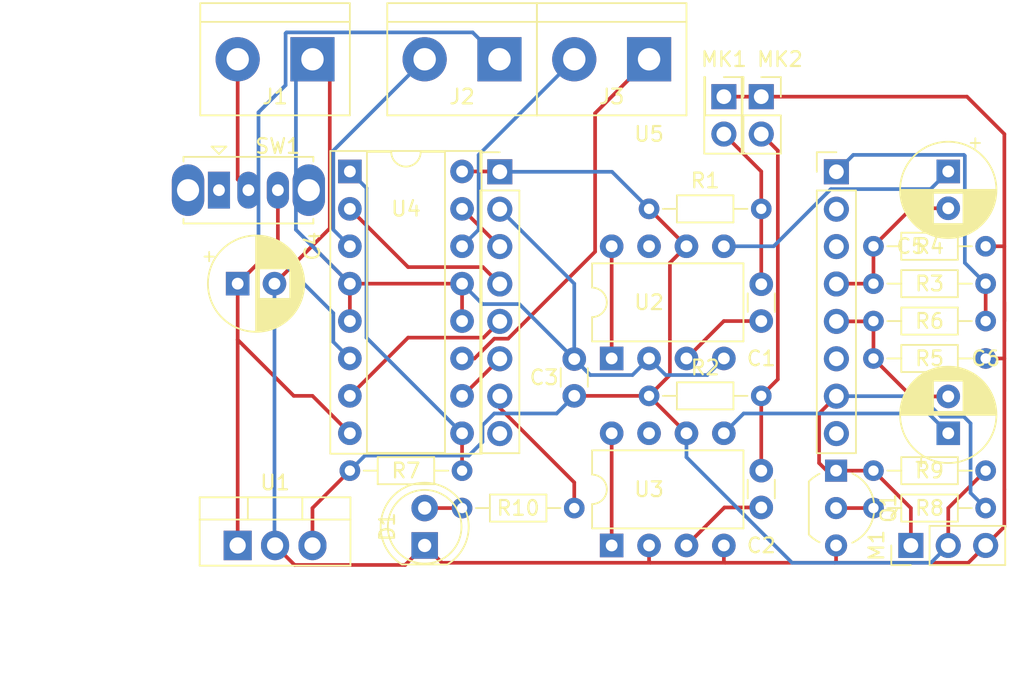
<source format=kicad_pcb>
(kicad_pcb (version 20171130) (host pcbnew 5.1.9+dfsg1-1)

  (general
    (thickness 1.6)
    (drawings 6)
    (tracks 169)
    (zones 0)
    (modules 30)
    (nets 30)
  )

  (page A4)
  (layers
    (0 F.Cu signal)
    (31 B.Cu signal)
    (32 B.Adhes user)
    (33 F.Adhes user)
    (34 B.Paste user)
    (35 F.Paste user)
    (36 B.SilkS user)
    (37 F.SilkS user)
    (38 B.Mask user)
    (39 F.Mask user)
    (40 Dwgs.User user)
    (41 Cmts.User user)
    (42 Eco1.User user)
    (43 Eco2.User user)
    (44 Edge.Cuts user)
    (45 Margin user)
    (46 B.CrtYd user)
    (47 F.CrtYd user)
    (48 B.Fab user hide)
    (49 F.Fab user hide)
  )

  (setup
    (last_trace_width 0.25)
    (trace_clearance 0.2)
    (zone_clearance 0.508)
    (zone_45_only no)
    (trace_min 0.2)
    (via_size 0.8)
    (via_drill 0.4)
    (via_min_size 0.4)
    (via_min_drill 0.3)
    (uvia_size 0.3)
    (uvia_drill 0.1)
    (uvias_allowed no)
    (uvia_min_size 0.2)
    (uvia_min_drill 0.1)
    (edge_width 0.05)
    (segment_width 0.2)
    (pcb_text_width 0.3)
    (pcb_text_size 1.5 1.5)
    (mod_edge_width 0.12)
    (mod_text_size 1 1)
    (mod_text_width 0.15)
    (pad_size 1.524 1.524)
    (pad_drill 0.762)
    (pad_to_mask_clearance 0)
    (aux_axis_origin 0 0)
    (visible_elements FFFFFF7F)
    (pcbplotparams
      (layerselection 0x010fc_ffffffff)
      (usegerberextensions false)
      (usegerberattributes true)
      (usegerberadvancedattributes true)
      (creategerberjobfile true)
      (excludeedgelayer true)
      (linewidth 0.100000)
      (plotframeref false)
      (viasonmask false)
      (mode 1)
      (useauxorigin false)
      (hpglpennumber 1)
      (hpglpenspeed 20)
      (hpglpendiameter 15.000000)
      (psnegative false)
      (psa4output false)
      (plotreference true)
      (plotvalue true)
      (plotinvisibletext false)
      (padsonsilk false)
      (subtractmaskfromsilk false)
      (outputformat 1)
      (mirror false)
      (drillshape 1)
      (scaleselection 1)
      (outputdirectory ""))
  )

  (net 0 "")
  (net 1 +5V)
  (net 2 "Net-(C1-Pad1)")
  (net 3 "Net-(C2-Pad1)")
  (net 4 /MIC1)
  (net 5 /MIC2)
  (net 6 GND)
  (net 7 +BATT)
  (net 8 "Net-(J1-Pad2)")
  (net 9 /M1-)
  (net 10 /M1+)
  (net 11 /M2-)
  (net 12 /M2+)
  (net 13 +3V3)
  (net 14 "Net-(U2-Pad1)")
  (net 15 /MC2-)
  (net 16 /MC1-)
  (net 17 /MC2+)
  (net 18 /MC1+)
  (net 19 "Net-(C1-Pad2)")
  (net 20 "Net-(C2-Pad2)")
  (net 21 "Net-(D1-Pad2)")
  (net 22 "Net-(C5-Pad1)")
  (net 23 "Net-(C6-Pad1)")
  (net 24 "Net-(M1-Pad1)")
  (net 25 /SERVO)
  (net 26 "Net-(Q1-Pad2)")
  (net 27 "Net-(R7-Pad2)")
  (net 28 /LED)
  (net 29 "Net-(U3-Pad1)")

  (net_class Default "This is the default net class."
    (clearance 0.2)
    (trace_width 0.25)
    (via_dia 0.8)
    (via_drill 0.4)
    (uvia_dia 0.3)
    (uvia_drill 0.1)
    (add_net +3V3)
    (add_net +5V)
    (add_net +BATT)
    (add_net /LED)
    (add_net /M1+)
    (add_net /M1-)
    (add_net /M2+)
    (add_net /M2-)
    (add_net /MC1+)
    (add_net /MC1-)
    (add_net /MC2+)
    (add_net /MC2-)
    (add_net /MIC1)
    (add_net /MIC2)
    (add_net /SERVO)
    (add_net GND)
    (add_net "Net-(C1-Pad1)")
    (add_net "Net-(C1-Pad2)")
    (add_net "Net-(C2-Pad1)")
    (add_net "Net-(C2-Pad2)")
    (add_net "Net-(C5-Pad1)")
    (add_net "Net-(C6-Pad1)")
    (add_net "Net-(D1-Pad2)")
    (add_net "Net-(J1-Pad2)")
    (add_net "Net-(M1-Pad1)")
    (add_net "Net-(Q1-Pad2)")
    (add_net "Net-(R7-Pad2)")
    (add_net "Net-(SW1-Pad1)")
    (add_net "Net-(U2-Pad1)")
    (add_net "Net-(U2-Pad7)")
    (add_net "Net-(U3-Pad1)")
    (add_net "Net-(U3-Pad7)")
    (add_net "Net-(U5-Pad11)")
    (add_net "Net-(U5-Pad14)")
    (add_net "Net-(U5-Pad15)")
    (add_net "Net-(U5-Pad8)")
    (add_net "Net-(U5-Pad9)")
  )

  (module Package_TO_SOT_THT:TO-92_Inline_Wide (layer F.Cu) (tedit 5A02FF81) (tstamp 61E12E3C)
    (at 160.02 114.3 270)
    (descr "TO-92 leads in-line, wide, drill 0.75mm (see NXP sot054_po.pdf)")
    (tags "to-92 sc-43 sc-43a sot54 PA33 transistor")
    (path /61D094F6)
    (fp_text reference Q1 (at 2.54 -3.56 90) (layer F.SilkS)
      (effects (font (size 1 1) (thickness 0.15)))
    )
    (fp_text value 2N3904 (at 2.54 2.79 90) (layer F.Fab)
      (effects (font (size 1 1) (thickness 0.15)))
    )
    (fp_arc (start 2.54 0) (end 4.34 1.85) (angle -20) (layer F.SilkS) (width 0.12))
    (fp_arc (start 2.54 0) (end 2.54 -2.48) (angle -135) (layer F.Fab) (width 0.1))
    (fp_arc (start 2.54 0) (end 2.54 -2.48) (angle 135) (layer F.Fab) (width 0.1))
    (fp_arc (start 2.54 0) (end 2.54 -2.6) (angle 65) (layer F.SilkS) (width 0.12))
    (fp_arc (start 2.54 0) (end 2.54 -2.6) (angle -65) (layer F.SilkS) (width 0.12))
    (fp_arc (start 2.54 0) (end 0.74 1.85) (angle 20) (layer F.SilkS) (width 0.12))
    (fp_text user %R (at 2.54 0 90) (layer F.Fab)
      (effects (font (size 1 1) (thickness 0.15)))
    )
    (fp_line (start 0.74 1.85) (end 4.34 1.85) (layer F.SilkS) (width 0.12))
    (fp_line (start 0.8 1.75) (end 4.3 1.75) (layer F.Fab) (width 0.1))
    (fp_line (start -1.01 -2.73) (end 6.09 -2.73) (layer F.CrtYd) (width 0.05))
    (fp_line (start -1.01 -2.73) (end -1.01 2.01) (layer F.CrtYd) (width 0.05))
    (fp_line (start 6.09 2.01) (end 6.09 -2.73) (layer F.CrtYd) (width 0.05))
    (fp_line (start 6.09 2.01) (end -1.01 2.01) (layer F.CrtYd) (width 0.05))
    (pad 1 thru_hole rect (at 0 0 270) (size 1.5 1.5) (drill 0.8) (layers *.Cu *.Mask)
      (net 25 /SERVO))
    (pad 3 thru_hole circle (at 5.08 0 270) (size 1.5 1.5) (drill 0.8) (layers *.Cu *.Mask)
      (net 24 "Net-(M1-Pad1)"))
    (pad 2 thru_hole circle (at 2.54 0 270) (size 1.5 1.5) (drill 0.8) (layers *.Cu *.Mask)
      (net 26 "Net-(Q1-Pad2)"))
    (model ${KISYS3DMOD}/Package_TO_SOT_THT.3dshapes/TO-92_Inline_Wide.wrl
      (at (xyz 0 0 0))
      (scale (xyz 1 1 1))
      (rotate (xyz 0 0 0))
    )
  )

  (module Button_Switch_THT:SW_Slide_1P2T_CK_OS102011MS2Q (layer F.Cu) (tedit 5C5044D5) (tstamp 61CD2953)
    (at 118.11 95.25)
    (descr "CuK miniature slide switch, OS series, SPDT, https://www.ckswitches.com/media/1428/os.pdf")
    (tags "switch SPDT")
    (path /61CD3D80)
    (fp_text reference SW1 (at 3.99 -2.99) (layer F.SilkS)
      (effects (font (size 1 1) (thickness 0.15)))
    )
    (fp_text value SW_SPDT (at 2 3) (layer F.Fab)
      (effects (font (size 1 1) (thickness 0.15)))
    )
    (fp_line (start 0.5 -2.15) (end 6.3 -2.15) (layer F.Fab) (width 0.1))
    (fp_line (start 6.3 -2.15) (end 6.3 2.15) (layer F.Fab) (width 0.1))
    (fp_line (start 6.3 2.15) (end -2.3 2.15) (layer F.Fab) (width 0.1))
    (fp_line (start -2.3 2.15) (end -2.3 -2.15) (layer F.Fab) (width 0.1))
    (fp_line (start 0 -1) (end 4 -1) (layer F.Fab) (width 0.1))
    (fp_line (start 4 -1) (end 4 1) (layer F.Fab) (width 0.1))
    (fp_line (start 0 1) (end 4 1) (layer F.Fab) (width 0.1))
    (fp_line (start 0 -1) (end 0 1) (layer F.Fab) (width 0.1))
    (fp_line (start 0.66 -1) (end 0.66 1) (layer F.Fab) (width 0.1))
    (fp_line (start 1.34 -1) (end 1.34 1) (layer F.Fab) (width 0.1))
    (fp_line (start 2 -1) (end 2 1) (layer F.Fab) (width 0.1))
    (fp_line (start -2.3 -2.15) (end -0.5 -2.15) (layer F.Fab) (width 0.1))
    (fp_line (start -2.41 -2.26) (end 6.41 -2.26) (layer F.SilkS) (width 0.12))
    (fp_line (start 6.41 -2.26) (end 6.41 -1.95) (layer F.SilkS) (width 0.12))
    (fp_line (start 6.41 2.26) (end -2.41 2.26) (layer F.SilkS) (width 0.12))
    (fp_line (start -2.41 -1.95) (end -2.41 -2.26) (layer F.SilkS) (width 0.12))
    (fp_line (start -2.41 2.26) (end -2.41 1.95) (layer F.SilkS) (width 0.12))
    (fp_line (start 6.41 2.26) (end 6.41 1.95) (layer F.SilkS) (width 0.12))
    (fp_line (start -3.45 -2.4) (end 7.45 -2.4) (layer B.CrtYd) (width 0.05))
    (fp_line (start 7.45 -2.4) (end 7.45 2.4) (layer B.CrtYd) (width 0.05))
    (fp_line (start 7.45 2.4) (end -3.45 2.4) (layer B.CrtYd) (width 0.05))
    (fp_line (start -3.45 2.4) (end -3.45 -2.4) (layer B.CrtYd) (width 0.05))
    (fp_line (start -0.5 -2.15) (end 0 -1.65) (layer F.Fab) (width 0.1))
    (fp_line (start 0 -1.65) (end 0.5 -2.15) (layer F.Fab) (width 0.1))
    (fp_line (start -0.5 -2.96) (end 0 -2.46) (layer F.SilkS) (width 0.12))
    (fp_line (start 0 -2.46) (end 0.5 -2.96) (layer F.SilkS) (width 0.12))
    (fp_line (start 0.5 -2.96) (end -0.5 -2.96) (layer F.SilkS) (width 0.12))
    (fp_text user %R (at 3.99 -2.99) (layer F.Fab)
      (effects (font (size 1 1) (thickness 0.15)))
    )
    (pad "" thru_hole oval (at 6.1 0) (size 2.2 3.5) (drill 1.5) (layers *.Cu *.Mask))
    (pad "" thru_hole oval (at -2.1 0) (size 2.2 3.5) (drill 1.5) (layers *.Cu *.Mask))
    (pad 3 thru_hole oval (at 4 0) (size 1.5 2.5) (drill 0.8) (layers *.Cu *.Mask)
      (net 7 +BATT))
    (pad 2 thru_hole oval (at 2 0) (size 1.5 2.5) (drill 0.8) (layers *.Cu *.Mask)
      (net 8 "Net-(J1-Pad2)"))
    (pad 1 thru_hole rect (at 0 0) (size 1.5 2.5) (drill 0.8) (layers *.Cu *.Mask))
    (model ${KISYS3DMOD}/Button_Switch_THT.3dshapes/SW_Slide_1P2T_CK_OS102011MS2Q.wrl
      (at (xyz 0 0 0))
      (scale (xyz 1 1 1))
      (rotate (xyz 0 0 0))
    )
  )

  (module Package_TO_SOT_THT:TO-220-3_Vertical (layer F.Cu) (tedit 5AC8BA0D) (tstamp 61C83D94)
    (at 119.38 119.38)
    (descr "TO-220-3, Vertical, RM 2.54mm, see https://www.vishay.com/docs/66542/to-220-1.pdf")
    (tags "TO-220-3 Vertical RM 2.54mm")
    (path /61C79AB5)
    (fp_text reference U1 (at 2.54 -4.27) (layer F.SilkS)
      (effects (font (size 1 1) (thickness 0.15)))
    )
    (fp_text value L7805 (at 2.54 2.5) (layer F.Fab)
      (effects (font (size 1 1) (thickness 0.15)))
    )
    (fp_line (start 7.79 -3.4) (end -2.71 -3.4) (layer F.CrtYd) (width 0.05))
    (fp_line (start 7.79 1.51) (end 7.79 -3.4) (layer F.CrtYd) (width 0.05))
    (fp_line (start -2.71 1.51) (end 7.79 1.51) (layer F.CrtYd) (width 0.05))
    (fp_line (start -2.71 -3.4) (end -2.71 1.51) (layer F.CrtYd) (width 0.05))
    (fp_line (start 4.391 -3.27) (end 4.391 -1.76) (layer F.SilkS) (width 0.12))
    (fp_line (start 0.69 -3.27) (end 0.69 -1.76) (layer F.SilkS) (width 0.12))
    (fp_line (start -2.58 -1.76) (end 7.66 -1.76) (layer F.SilkS) (width 0.12))
    (fp_line (start 7.66 -3.27) (end 7.66 1.371) (layer F.SilkS) (width 0.12))
    (fp_line (start -2.58 -3.27) (end -2.58 1.371) (layer F.SilkS) (width 0.12))
    (fp_line (start -2.58 1.371) (end 7.66 1.371) (layer F.SilkS) (width 0.12))
    (fp_line (start -2.58 -3.27) (end 7.66 -3.27) (layer F.SilkS) (width 0.12))
    (fp_line (start 4.39 -3.15) (end 4.39 -1.88) (layer F.Fab) (width 0.1))
    (fp_line (start 0.69 -3.15) (end 0.69 -1.88) (layer F.Fab) (width 0.1))
    (fp_line (start -2.46 -1.88) (end 7.54 -1.88) (layer F.Fab) (width 0.1))
    (fp_line (start 7.54 -3.15) (end -2.46 -3.15) (layer F.Fab) (width 0.1))
    (fp_line (start 7.54 1.25) (end 7.54 -3.15) (layer F.Fab) (width 0.1))
    (fp_line (start -2.46 1.25) (end 7.54 1.25) (layer F.Fab) (width 0.1))
    (fp_line (start -2.46 -3.15) (end -2.46 1.25) (layer F.Fab) (width 0.1))
    (fp_text user %R (at 2.54 -4.27) (layer F.Fab)
      (effects (font (size 1 1) (thickness 0.15)))
    )
    (pad 3 thru_hole oval (at 5.08 0) (size 1.905 2) (drill 1.1) (layers *.Cu *.Mask)
      (net 1 +5V))
    (pad 2 thru_hole oval (at 2.54 0) (size 1.905 2) (drill 1.1) (layers *.Cu *.Mask)
      (net 6 GND))
    (pad 1 thru_hole rect (at 0 0) (size 1.905 2) (drill 1.1) (layers *.Cu *.Mask)
      (net 7 +BATT))
    (model ${KISYS3DMOD}/Package_TO_SOT_THT.3dshapes/TO-220-3_Vertical.wrl
      (at (xyz 0 0 0))
      (scale (xyz 1 1 1))
      (rotate (xyz 0 0 0))
    )
  )

  (module Resistor_THT:R_Axial_DIN0204_L3.6mm_D1.6mm_P7.62mm_Horizontal (layer F.Cu) (tedit 5AE5139B) (tstamp 61C816B7)
    (at 170.18 114.3 180)
    (descr "Resistor, Axial_DIN0204 series, Axial, Horizontal, pin pitch=7.62mm, 0.167W, length*diameter=3.6*1.6mm^2, http://cdn-reichelt.de/documents/datenblatt/B400/1_4W%23YAG.pdf")
    (tags "Resistor Axial_DIN0204 series Axial Horizontal pin pitch 7.62mm 0.167W length 3.6mm diameter 1.6mm")
    (path /61D0F77F)
    (fp_text reference R9 (at 3.81 0) (layer F.SilkS)
      (effects (font (size 1 1) (thickness 0.15)))
    )
    (fp_text value 5k (at 3.81 1.92) (layer F.Fab)
      (effects (font (size 1 1) (thickness 0.15)))
    )
    (fp_line (start 8.57 -1.05) (end -0.95 -1.05) (layer F.CrtYd) (width 0.05))
    (fp_line (start 8.57 1.05) (end 8.57 -1.05) (layer F.CrtYd) (width 0.05))
    (fp_line (start -0.95 1.05) (end 8.57 1.05) (layer F.CrtYd) (width 0.05))
    (fp_line (start -0.95 -1.05) (end -0.95 1.05) (layer F.CrtYd) (width 0.05))
    (fp_line (start 6.68 0) (end 5.73 0) (layer F.SilkS) (width 0.12))
    (fp_line (start 0.94 0) (end 1.89 0) (layer F.SilkS) (width 0.12))
    (fp_line (start 5.73 -0.92) (end 1.89 -0.92) (layer F.SilkS) (width 0.12))
    (fp_line (start 5.73 0.92) (end 5.73 -0.92) (layer F.SilkS) (width 0.12))
    (fp_line (start 1.89 0.92) (end 5.73 0.92) (layer F.SilkS) (width 0.12))
    (fp_line (start 1.89 -0.92) (end 1.89 0.92) (layer F.SilkS) (width 0.12))
    (fp_line (start 7.62 0) (end 5.61 0) (layer F.Fab) (width 0.1))
    (fp_line (start 0 0) (end 2.01 0) (layer F.Fab) (width 0.1))
    (fp_line (start 5.61 -0.8) (end 2.01 -0.8) (layer F.Fab) (width 0.1))
    (fp_line (start 5.61 0.8) (end 5.61 -0.8) (layer F.Fab) (width 0.1))
    (fp_line (start 2.01 0.8) (end 5.61 0.8) (layer F.Fab) (width 0.1))
    (fp_line (start 2.01 -0.8) (end 2.01 0.8) (layer F.Fab) (width 0.1))
    (fp_text user %R (at 3.81 0) (layer F.Fab)
      (effects (font (size 0.72 0.72) (thickness 0.108)))
    )
    (pad 2 thru_hole oval (at 7.62 0 180) (size 1.4 1.4) (drill 0.7) (layers *.Cu *.Mask)
      (net 24 "Net-(M1-Pad1)"))
    (pad 1 thru_hole circle (at 0 0 180) (size 1.4 1.4) (drill 0.7) (layers *.Cu *.Mask)
      (net 1 +5V))
    (model ${KISYS3DMOD}/Resistor_THT.3dshapes/R_Axial_DIN0204_L3.6mm_D1.6mm_P7.62mm_Horizontal.wrl
      (at (xyz 0 0 0))
      (scale (xyz 1 1 1))
      (rotate (xyz 0 0 0))
    )
  )

  (module Resistor_THT:R_Axial_DIN0204_L3.6mm_D1.6mm_P7.62mm_Horizontal (layer F.Cu) (tedit 5AE5139B) (tstamp 61C92240)
    (at 170.18 116.84 180)
    (descr "Resistor, Axial_DIN0204 series, Axial, Horizontal, pin pitch=7.62mm, 0.167W, length*diameter=3.6*1.6mm^2, http://cdn-reichelt.de/documents/datenblatt/B400/1_4W%23YAG.pdf")
    (tags "Resistor Axial_DIN0204 series Axial Horizontal pin pitch 7.62mm 0.167W length 3.6mm diameter 1.6mm")
    (path /61D19988)
    (fp_text reference R8 (at 3.81 0) (layer F.SilkS)
      (effects (font (size 1 1) (thickness 0.15)))
    )
    (fp_text value 5k (at 3.81 1.92) (layer F.Fab)
      (effects (font (size 1 1) (thickness 0.15)))
    )
    (fp_line (start 8.57 -1.05) (end -0.95 -1.05) (layer F.CrtYd) (width 0.05))
    (fp_line (start 8.57 1.05) (end 8.57 -1.05) (layer F.CrtYd) (width 0.05))
    (fp_line (start -0.95 1.05) (end 8.57 1.05) (layer F.CrtYd) (width 0.05))
    (fp_line (start -0.95 -1.05) (end -0.95 1.05) (layer F.CrtYd) (width 0.05))
    (fp_line (start 6.68 0) (end 5.73 0) (layer F.SilkS) (width 0.12))
    (fp_line (start 0.94 0) (end 1.89 0) (layer F.SilkS) (width 0.12))
    (fp_line (start 5.73 -0.92) (end 1.89 -0.92) (layer F.SilkS) (width 0.12))
    (fp_line (start 5.73 0.92) (end 5.73 -0.92) (layer F.SilkS) (width 0.12))
    (fp_line (start 1.89 0.92) (end 5.73 0.92) (layer F.SilkS) (width 0.12))
    (fp_line (start 1.89 -0.92) (end 1.89 0.92) (layer F.SilkS) (width 0.12))
    (fp_line (start 7.62 0) (end 5.61 0) (layer F.Fab) (width 0.1))
    (fp_line (start 0 0) (end 2.01 0) (layer F.Fab) (width 0.1))
    (fp_line (start 5.61 -0.8) (end 2.01 -0.8) (layer F.Fab) (width 0.1))
    (fp_line (start 5.61 0.8) (end 5.61 -0.8) (layer F.Fab) (width 0.1))
    (fp_line (start 2.01 0.8) (end 5.61 0.8) (layer F.Fab) (width 0.1))
    (fp_line (start 2.01 -0.8) (end 2.01 0.8) (layer F.Fab) (width 0.1))
    (fp_text user %R (at 3.81 0) (layer F.Fab)
      (effects (font (size 0.72 0.72) (thickness 0.108)))
    )
    (pad 2 thru_hole oval (at 7.62 0 180) (size 1.4 1.4) (drill 0.7) (layers *.Cu *.Mask)
      (net 26 "Net-(Q1-Pad2)"))
    (pad 1 thru_hole circle (at 0 0 180) (size 1.4 1.4) (drill 0.7) (layers *.Cu *.Mask)
      (net 13 +3V3))
    (model ${KISYS3DMOD}/Resistor_THT.3dshapes/R_Axial_DIN0204_L3.6mm_D1.6mm_P7.62mm_Horizontal.wrl
      (at (xyz 0 0 0))
      (scale (xyz 1 1 1))
      (rotate (xyz 0 0 0))
    )
  )

  (module Connector_PinHeader_2.54mm:PinHeader_1x03_P2.54mm_Vertical (layer F.Cu) (tedit 59FED5CC) (tstamp 61C8173B)
    (at 165.1 119.38 90)
    (descr "Through hole straight pin header, 1x03, 2.54mm pitch, single row")
    (tags "Through hole pin header THT 1x03 2.54mm single row")
    (path /61CFE6E9)
    (fp_text reference M1 (at 0 -2.33 90) (layer F.SilkS)
      (effects (font (size 1 1) (thickness 0.15)))
    )
    (fp_text value Motor_Servo (at 0 7.41 90) (layer F.Fab)
      (effects (font (size 1 1) (thickness 0.15)))
    )
    (fp_line (start 1.8 -1.8) (end -1.8 -1.8) (layer F.CrtYd) (width 0.05))
    (fp_line (start 1.8 6.85) (end 1.8 -1.8) (layer F.CrtYd) (width 0.05))
    (fp_line (start -1.8 6.85) (end 1.8 6.85) (layer F.CrtYd) (width 0.05))
    (fp_line (start -1.8 -1.8) (end -1.8 6.85) (layer F.CrtYd) (width 0.05))
    (fp_line (start -1.33 -1.33) (end 0 -1.33) (layer F.SilkS) (width 0.12))
    (fp_line (start -1.33 0) (end -1.33 -1.33) (layer F.SilkS) (width 0.12))
    (fp_line (start -1.33 1.27) (end 1.33 1.27) (layer F.SilkS) (width 0.12))
    (fp_line (start 1.33 1.27) (end 1.33 6.41) (layer F.SilkS) (width 0.12))
    (fp_line (start -1.33 1.27) (end -1.33 6.41) (layer F.SilkS) (width 0.12))
    (fp_line (start -1.33 6.41) (end 1.33 6.41) (layer F.SilkS) (width 0.12))
    (fp_line (start -1.27 -0.635) (end -0.635 -1.27) (layer F.Fab) (width 0.1))
    (fp_line (start -1.27 6.35) (end -1.27 -0.635) (layer F.Fab) (width 0.1))
    (fp_line (start 1.27 6.35) (end -1.27 6.35) (layer F.Fab) (width 0.1))
    (fp_line (start 1.27 -1.27) (end 1.27 6.35) (layer F.Fab) (width 0.1))
    (fp_line (start -0.635 -1.27) (end 1.27 -1.27) (layer F.Fab) (width 0.1))
    (fp_text user %R (at 0 2.54) (layer F.Fab)
      (effects (font (size 1 1) (thickness 0.15)))
    )
    (pad 3 thru_hole oval (at 0 5.08 90) (size 1.7 1.7) (drill 1) (layers *.Cu *.Mask)
      (net 6 GND))
    (pad 2 thru_hole oval (at 0 2.54 90) (size 1.7 1.7) (drill 1) (layers *.Cu *.Mask)
      (net 1 +5V))
    (pad 1 thru_hole rect (at 0 0 90) (size 1.7 1.7) (drill 1) (layers *.Cu *.Mask)
      (net 24 "Net-(M1-Pad1)"))
    (model ${KISYS3DMOD}/Connector_PinHeader_2.54mm.3dshapes/PinHeader_1x03_P2.54mm_Vertical.wrl
      (at (xyz 0 0 0))
      (scale (xyz 1 1 1))
      (rotate (xyz 0 0 0))
    )
  )

  (module Resistor_THT:R_Axial_DIN0204_L3.6mm_D1.6mm_P7.62mm_Horizontal (layer F.Cu) (tedit 5AE5139B) (tstamp 61C79532)
    (at 142.24 116.84 180)
    (descr "Resistor, Axial_DIN0204 series, Axial, Horizontal, pin pitch=7.62mm, 0.167W, length*diameter=3.6*1.6mm^2, http://cdn-reichelt.de/documents/datenblatt/B400/1_4W%23YAG.pdf")
    (tags "Resistor Axial_DIN0204 series Axial Horizontal pin pitch 7.62mm 0.167W length 3.6mm diameter 1.6mm")
    (path /61C7E9B8)
    (fp_text reference R10 (at 3.81 0) (layer F.SilkS)
      (effects (font (size 1 1) (thickness 0.15)))
    )
    (fp_text value 220 (at 3.81 1.92) (layer F.Fab)
      (effects (font (size 1 1) (thickness 0.15)))
    )
    (fp_line (start 8.57 -1.05) (end -0.95 -1.05) (layer F.CrtYd) (width 0.05))
    (fp_line (start 8.57 1.05) (end 8.57 -1.05) (layer F.CrtYd) (width 0.05))
    (fp_line (start -0.95 1.05) (end 8.57 1.05) (layer F.CrtYd) (width 0.05))
    (fp_line (start -0.95 -1.05) (end -0.95 1.05) (layer F.CrtYd) (width 0.05))
    (fp_line (start 6.68 0) (end 5.73 0) (layer F.SilkS) (width 0.12))
    (fp_line (start 0.94 0) (end 1.89 0) (layer F.SilkS) (width 0.12))
    (fp_line (start 5.73 -0.92) (end 1.89 -0.92) (layer F.SilkS) (width 0.12))
    (fp_line (start 5.73 0.92) (end 5.73 -0.92) (layer F.SilkS) (width 0.12))
    (fp_line (start 1.89 0.92) (end 5.73 0.92) (layer F.SilkS) (width 0.12))
    (fp_line (start 1.89 -0.92) (end 1.89 0.92) (layer F.SilkS) (width 0.12))
    (fp_line (start 7.62 0) (end 5.61 0) (layer F.Fab) (width 0.1))
    (fp_line (start 0 0) (end 2.01 0) (layer F.Fab) (width 0.1))
    (fp_line (start 5.61 -0.8) (end 2.01 -0.8) (layer F.Fab) (width 0.1))
    (fp_line (start 5.61 0.8) (end 5.61 -0.8) (layer F.Fab) (width 0.1))
    (fp_line (start 2.01 0.8) (end 5.61 0.8) (layer F.Fab) (width 0.1))
    (fp_line (start 2.01 -0.8) (end 2.01 0.8) (layer F.Fab) (width 0.1))
    (fp_text user %R (at 3.81 0) (layer F.Fab)
      (effects (font (size 0.72 0.72) (thickness 0.108)))
    )
    (pad 2 thru_hole oval (at 7.62 0 180) (size 1.4 1.4) (drill 0.7) (layers *.Cu *.Mask)
      (net 21 "Net-(D1-Pad2)"))
    (pad 1 thru_hole circle (at 0 0 180) (size 1.4 1.4) (drill 0.7) (layers *.Cu *.Mask)
      (net 28 /LED))
    (model ${KISYS3DMOD}/Resistor_THT.3dshapes/R_Axial_DIN0204_L3.6mm_D1.6mm_P7.62mm_Horizontal.wrl
      (at (xyz 0 0 0))
      (scale (xyz 1 1 1))
      (rotate (xyz 0 0 0))
    )
  )

  (module LED_THT:LED_D5.0mm (layer F.Cu) (tedit 5995936A) (tstamp 61C78FCE)
    (at 132.08 119.38 90)
    (descr "LED, diameter 5.0mm, 2 pins, http://cdn-reichelt.de/documents/datenblatt/A500/LL-504BC2E-009.pdf")
    (tags "LED diameter 5.0mm 2 pins")
    (path /61C7CE09)
    (fp_text reference D1 (at 1.27 -2.54 90) (layer F.SilkS)
      (effects (font (size 1 1) (thickness 0.15)))
    )
    (fp_text value GREEN (at 1.27 3.96 90) (layer F.Fab)
      (effects (font (size 1 1) (thickness 0.15)))
    )
    (fp_line (start 4.5 -3.25) (end -1.95 -3.25) (layer F.CrtYd) (width 0.05))
    (fp_line (start 4.5 3.25) (end 4.5 -3.25) (layer F.CrtYd) (width 0.05))
    (fp_line (start -1.95 3.25) (end 4.5 3.25) (layer F.CrtYd) (width 0.05))
    (fp_line (start -1.95 -3.25) (end -1.95 3.25) (layer F.CrtYd) (width 0.05))
    (fp_line (start -1.29 -1.545) (end -1.29 1.545) (layer F.SilkS) (width 0.12))
    (fp_line (start -1.23 -1.469694) (end -1.23 1.469694) (layer F.Fab) (width 0.1))
    (fp_circle (center 1.27 0) (end 3.77 0) (layer F.SilkS) (width 0.12))
    (fp_circle (center 1.27 0) (end 3.77 0) (layer F.Fab) (width 0.1))
    (fp_text user %R (at 1.25 0 90) (layer F.Fab)
      (effects (font (size 0.8 0.8) (thickness 0.2)))
    )
    (fp_arc (start 1.27 0) (end -1.29 1.54483) (angle -148.9) (layer F.SilkS) (width 0.12))
    (fp_arc (start 1.27 0) (end -1.29 -1.54483) (angle 148.9) (layer F.SilkS) (width 0.12))
    (fp_arc (start 1.27 0) (end -1.23 -1.469694) (angle 299.1) (layer F.Fab) (width 0.1))
    (pad 2 thru_hole circle (at 2.54 0 90) (size 1.8 1.8) (drill 0.9) (layers *.Cu *.Mask)
      (net 21 "Net-(D1-Pad2)"))
    (pad 1 thru_hole rect (at 0 0 90) (size 1.8 1.8) (drill 0.9) (layers *.Cu *.Mask)
      (net 6 GND))
    (model ${KISYS3DMOD}/LED_THT.3dshapes/LED_D5.0mm.wrl
      (at (xyz 0 0 0))
      (scale (xyz 1 1 1))
      (rotate (xyz 0 0 0))
    )
  )

  (module Resistor_THT:R_Axial_DIN0204_L3.6mm_D1.6mm_P7.62mm_Horizontal (layer F.Cu) (tedit 5AE5139B) (tstamp 61C73394)
    (at 147.32 109.22)
    (descr "Resistor, Axial_DIN0204 series, Axial, Horizontal, pin pitch=7.62mm, 0.167W, length*diameter=3.6*1.6mm^2, http://cdn-reichelt.de/documents/datenblatt/B400/1_4W%23YAG.pdf")
    (tags "Resistor Axial_DIN0204 series Axial Horizontal pin pitch 7.62mm 0.167W length 3.6mm diameter 1.6mm")
    (path /61C6D5FB)
    (fp_text reference R2 (at 3.81 -1.92) (layer F.SilkS)
      (effects (font (size 1 1) (thickness 0.15)))
    )
    (fp_text value 10k (at 3.81 1.92) (layer F.Fab)
      (effects (font (size 1 1) (thickness 0.15)))
    )
    (fp_line (start 2.01 -0.8) (end 2.01 0.8) (layer F.Fab) (width 0.1))
    (fp_line (start 2.01 0.8) (end 5.61 0.8) (layer F.Fab) (width 0.1))
    (fp_line (start 5.61 0.8) (end 5.61 -0.8) (layer F.Fab) (width 0.1))
    (fp_line (start 5.61 -0.8) (end 2.01 -0.8) (layer F.Fab) (width 0.1))
    (fp_line (start 0 0) (end 2.01 0) (layer F.Fab) (width 0.1))
    (fp_line (start 7.62 0) (end 5.61 0) (layer F.Fab) (width 0.1))
    (fp_line (start 1.89 -0.92) (end 1.89 0.92) (layer F.SilkS) (width 0.12))
    (fp_line (start 1.89 0.92) (end 5.73 0.92) (layer F.SilkS) (width 0.12))
    (fp_line (start 5.73 0.92) (end 5.73 -0.92) (layer F.SilkS) (width 0.12))
    (fp_line (start 5.73 -0.92) (end 1.89 -0.92) (layer F.SilkS) (width 0.12))
    (fp_line (start 0.94 0) (end 1.89 0) (layer F.SilkS) (width 0.12))
    (fp_line (start 6.68 0) (end 5.73 0) (layer F.SilkS) (width 0.12))
    (fp_line (start -0.95 -1.05) (end -0.95 1.05) (layer F.CrtYd) (width 0.05))
    (fp_line (start -0.95 1.05) (end 8.57 1.05) (layer F.CrtYd) (width 0.05))
    (fp_line (start 8.57 1.05) (end 8.57 -1.05) (layer F.CrtYd) (width 0.05))
    (fp_line (start 8.57 -1.05) (end -0.95 -1.05) (layer F.CrtYd) (width 0.05))
    (fp_text user %R (at 3.81 0) (layer F.Fab)
      (effects (font (size 0.72 0.72) (thickness 0.108)))
    )
    (pad 2 thru_hole oval (at 7.62 0) (size 1.4 1.4) (drill 0.7) (layers *.Cu *.Mask)
      (net 20 "Net-(C2-Pad2)"))
    (pad 1 thru_hole circle (at 0 0) (size 1.4 1.4) (drill 0.7) (layers *.Cu *.Mask)
      (net 1 +5V))
    (model ${KISYS3DMOD}/Resistor_THT.3dshapes/R_Axial_DIN0204_L3.6mm_D1.6mm_P7.62mm_Horizontal.wrl
      (at (xyz 0 0 0))
      (scale (xyz 1 1 1))
      (rotate (xyz 0 0 0))
    )
  )

  (module Resistor_THT:R_Axial_DIN0204_L3.6mm_D1.6mm_P7.62mm_Horizontal (layer F.Cu) (tedit 5AE5139B) (tstamp 61C6F364)
    (at 147.32 96.52)
    (descr "Resistor, Axial_DIN0204 series, Axial, Horizontal, pin pitch=7.62mm, 0.167W, length*diameter=3.6*1.6mm^2, http://cdn-reichelt.de/documents/datenblatt/B400/1_4W%23YAG.pdf")
    (tags "Resistor Axial_DIN0204 series Axial Horizontal pin pitch 7.62mm 0.167W length 3.6mm diameter 1.6mm")
    (path /61C6B1C7)
    (fp_text reference R1 (at 3.81 -1.92) (layer F.SilkS)
      (effects (font (size 1 1) (thickness 0.15)))
    )
    (fp_text value 10k (at 3.81 1.92) (layer F.Fab)
      (effects (font (size 1 1) (thickness 0.15)))
    )
    (fp_line (start 2.01 -0.8) (end 2.01 0.8) (layer F.Fab) (width 0.1))
    (fp_line (start 2.01 0.8) (end 5.61 0.8) (layer F.Fab) (width 0.1))
    (fp_line (start 5.61 0.8) (end 5.61 -0.8) (layer F.Fab) (width 0.1))
    (fp_line (start 5.61 -0.8) (end 2.01 -0.8) (layer F.Fab) (width 0.1))
    (fp_line (start 0 0) (end 2.01 0) (layer F.Fab) (width 0.1))
    (fp_line (start 7.62 0) (end 5.61 0) (layer F.Fab) (width 0.1))
    (fp_line (start 1.89 -0.92) (end 1.89 0.92) (layer F.SilkS) (width 0.12))
    (fp_line (start 1.89 0.92) (end 5.73 0.92) (layer F.SilkS) (width 0.12))
    (fp_line (start 5.73 0.92) (end 5.73 -0.92) (layer F.SilkS) (width 0.12))
    (fp_line (start 5.73 -0.92) (end 1.89 -0.92) (layer F.SilkS) (width 0.12))
    (fp_line (start 0.94 0) (end 1.89 0) (layer F.SilkS) (width 0.12))
    (fp_line (start 6.68 0) (end 5.73 0) (layer F.SilkS) (width 0.12))
    (fp_line (start -0.95 -1.05) (end -0.95 1.05) (layer F.CrtYd) (width 0.05))
    (fp_line (start -0.95 1.05) (end 8.57 1.05) (layer F.CrtYd) (width 0.05))
    (fp_line (start 8.57 1.05) (end 8.57 -1.05) (layer F.CrtYd) (width 0.05))
    (fp_line (start 8.57 -1.05) (end -0.95 -1.05) (layer F.CrtYd) (width 0.05))
    (fp_text user %R (at 3.81 0) (layer F.Fab)
      (effects (font (size 0.72 0.72) (thickness 0.108)))
    )
    (pad 2 thru_hole oval (at 7.62 0) (size 1.4 1.4) (drill 0.7) (layers *.Cu *.Mask)
      (net 19 "Net-(C1-Pad2)"))
    (pad 1 thru_hole circle (at 0 0) (size 1.4 1.4) (drill 0.7) (layers *.Cu *.Mask)
      (net 1 +5V))
    (model ${KISYS3DMOD}/Resistor_THT.3dshapes/R_Axial_DIN0204_L3.6mm_D1.6mm_P7.62mm_Horizontal.wrl
      (at (xyz 0 0 0))
      (scale (xyz 1 1 1))
      (rotate (xyz 0 0 0))
    )
  )

  (module car:ESP32-CAM (layer F.Cu) (tedit 61C65CCB) (tstamp 61C762A0)
    (at 147.32 88.9)
    (path /61C9E68C)
    (fp_text reference U5 (at 0 2.54) (layer F.SilkS)
      (effects (font (size 1 1) (thickness 0.15)))
    )
    (fp_text value ESP32-CAM (at 0 -0.5) (layer F.Fab)
      (effects (font (size 1 1) (thickness 0.15)))
    )
    (fp_line (start 14.522 3.302) (end 10.922 3.302) (layer F.CrtYd) (width 0.05))
    (fp_line (start 12.087 3.832) (end 13.992 3.832) (layer F.Fab) (width 0.1))
    (fp_line (start 13.992 24.152) (end 11.452 24.152) (layer F.Fab) (width 0.1))
    (fp_line (start 13.992 3.832) (end 13.992 24.152) (layer F.Fab) (width 0.1))
    (fp_line (start 10.922 3.302) (end 10.922 24.652) (layer F.CrtYd) (width 0.05))
    (fp_line (start 10.922 24.652) (end 14.522 24.652) (layer F.CrtYd) (width 0.05))
    (fp_line (start 11.392 24.212) (end 14.052 24.212) (layer F.SilkS) (width 0.12))
    (fp_line (start 11.392 3.772) (end 12.722 3.772) (layer F.SilkS) (width 0.12))
    (fp_line (start 14.522 24.652) (end 14.522 3.302) (layer F.CrtYd) (width 0.05))
    (fp_line (start 11.392 6.372) (end 11.392 24.212) (layer F.SilkS) (width 0.12))
    (fp_line (start 11.392 6.372) (end 14.052 6.372) (layer F.SilkS) (width 0.12))
    (fp_line (start 11.452 24.152) (end 11.452 4.467) (layer F.Fab) (width 0.1))
    (fp_line (start 14.052 6.372) (end 14.052 24.212) (layer F.SilkS) (width 0.12))
    (fp_line (start 11.452 4.467) (end 12.087 3.832) (layer F.Fab) (width 0.1))
    (fp_line (start 11.392 5.102) (end 11.392 3.772) (layer F.SilkS) (width 0.12))
    (fp_line (start -11.468 3.772) (end -10.138 3.772) (layer F.SilkS) (width 0.12))
    (fp_line (start -8.808 6.372) (end -8.808 24.212) (layer F.SilkS) (width 0.12))
    (fp_line (start -10.773 3.832) (end -8.868 3.832) (layer F.Fab) (width 0.1))
    (fp_line (start -11.938 3.302) (end -11.938 24.652) (layer F.CrtYd) (width 0.05))
    (fp_line (start -8.868 3.832) (end -8.868 24.152) (layer F.Fab) (width 0.1))
    (fp_line (start -8.338 24.652) (end -8.338 3.302) (layer F.CrtYd) (width 0.05))
    (fp_line (start -11.408 24.152) (end -11.408 4.467) (layer F.Fab) (width 0.1))
    (fp_line (start -11.468 6.372) (end -11.468 24.212) (layer F.SilkS) (width 0.12))
    (fp_line (start -11.468 5.102) (end -11.468 3.772) (layer F.SilkS) (width 0.12))
    (fp_line (start -11.468 24.212) (end -8.808 24.212) (layer F.SilkS) (width 0.12))
    (fp_line (start -11.468 6.372) (end -8.808 6.372) (layer F.SilkS) (width 0.12))
    (fp_line (start -8.338 3.302) (end -11.938 3.302) (layer F.CrtYd) (width 0.05))
    (fp_line (start -8.868 24.152) (end -11.408 24.152) (layer F.Fab) (width 0.1))
    (fp_line (start -11.408 4.467) (end -10.773 3.832) (layer F.Fab) (width 0.1))
    (fp_line (start -11.938 24.652) (end -8.338 24.652) (layer F.CrtYd) (width 0.05))
    (fp_text user %R (at 11.96 10.69 90) (layer F.Fab)
      (effects (font (size 1 1) (thickness 0.15)))
    )
    (fp_text user %R (at -10.138 13.992 90) (layer F.Fab)
      (effects (font (size 1 1) (thickness 0.15)))
    )
    (pad 10 thru_hole oval (at 12.722 20.342) (size 1.7 1.7) (drill 1) (layers *.Cu *.Mask)
      (net 25 /SERVO))
    (pad 11 thru_hole oval (at 12.722 17.802) (size 1.7 1.7) (drill 1) (layers *.Cu *.Mask))
    (pad 16 thru_hole rect (at 12.722 5.102) (size 1.7 1.7) (drill 1) (layers *.Cu *.Mask)
      (net 13 +3V3))
    (pad 9 thru_hole oval (at 12.722 22.882) (size 1.7 1.7) (drill 1) (layers *.Cu *.Mask))
    (pad 12 thru_hole oval (at 12.722 15.262) (size 1.7 1.7) (drill 1) (layers *.Cu *.Mask)
      (net 5 /MIC2))
    (pad 13 thru_hole oval (at 12.722 12.722) (size 1.7 1.7) (drill 1) (layers *.Cu *.Mask)
      (net 4 /MIC1))
    (pad 14 thru_hole oval (at 12.722 10.182) (size 1.7 1.7) (drill 1) (layers *.Cu *.Mask))
    (pad 15 thru_hole oval (at 12.722 7.642) (size 1.7 1.7) (drill 1) (layers *.Cu *.Mask))
    (pad 6 thru_hole oval (at -10.138 17.802) (size 1.7 1.7) (drill 1) (layers *.Cu *.Mask)
      (net 16 /MC1-))
    (pad 3 thru_hole oval (at -10.138 10.182) (size 1.7 1.7) (drill 1) (layers *.Cu *.Mask)
      (net 15 /MC2-))
    (pad 8 thru_hole oval (at -10.138 22.882) (size 1.7 1.7) (drill 1) (layers *.Cu *.Mask))
    (pad 7 thru_hole oval (at -10.138 20.342) (size 1.7 1.7) (drill 1) (layers *.Cu *.Mask)
      (net 28 /LED))
    (pad 5 thru_hole oval (at -10.138 15.262) (size 1.7 1.7) (drill 1) (layers *.Cu *.Mask)
      (net 17 /MC2+))
    (pad 1 thru_hole rect (at -10.138 5.102) (size 1.7 1.7) (drill 1) (layers *.Cu *.Mask)
      (net 1 +5V))
    (pad 4 thru_hole oval (at -10.138 12.722) (size 1.7 1.7) (drill 1) (layers *.Cu *.Mask)
      (net 18 /MC1+))
    (pad 2 thru_hole oval (at -10.138 7.642) (size 1.7 1.7) (drill 1) (layers *.Cu *.Mask)
      (net 6 GND))
  )

  (module Package_DIP:DIP-16_W7.62mm_Socket (layer F.Cu) (tedit 5A02E8C5) (tstamp 61C76390)
    (at 127 93.98)
    (descr "16-lead though-hole mounted DIP package, row spacing 7.62 mm (300 mils), Socket")
    (tags "THT DIP DIL PDIP 2.54mm 7.62mm 300mil Socket")
    (path /61C15B74)
    (fp_text reference U4 (at 3.81 2.54) (layer F.SilkS)
      (effects (font (size 1 1) (thickness 0.15)))
    )
    (fp_text value L293D (at 3.81 20.11) (layer F.Fab)
      (effects (font (size 1 1) (thickness 0.15)))
    )
    (fp_line (start 1.635 -1.27) (end 6.985 -1.27) (layer F.Fab) (width 0.1))
    (fp_line (start 6.985 -1.27) (end 6.985 19.05) (layer F.Fab) (width 0.1))
    (fp_line (start 6.985 19.05) (end 0.635 19.05) (layer F.Fab) (width 0.1))
    (fp_line (start 0.635 19.05) (end 0.635 -0.27) (layer F.Fab) (width 0.1))
    (fp_line (start 0.635 -0.27) (end 1.635 -1.27) (layer F.Fab) (width 0.1))
    (fp_line (start -1.27 -1.33) (end -1.27 19.11) (layer F.Fab) (width 0.1))
    (fp_line (start -1.27 19.11) (end 8.89 19.11) (layer F.Fab) (width 0.1))
    (fp_line (start 8.89 19.11) (end 8.89 -1.33) (layer F.Fab) (width 0.1))
    (fp_line (start 8.89 -1.33) (end -1.27 -1.33) (layer F.Fab) (width 0.1))
    (fp_line (start 2.81 -1.33) (end 1.16 -1.33) (layer F.SilkS) (width 0.12))
    (fp_line (start 1.16 -1.33) (end 1.16 19.11) (layer F.SilkS) (width 0.12))
    (fp_line (start 1.16 19.11) (end 6.46 19.11) (layer F.SilkS) (width 0.12))
    (fp_line (start 6.46 19.11) (end 6.46 -1.33) (layer F.SilkS) (width 0.12))
    (fp_line (start 6.46 -1.33) (end 4.81 -1.33) (layer F.SilkS) (width 0.12))
    (fp_line (start -1.33 -1.39) (end -1.33 19.17) (layer F.SilkS) (width 0.12))
    (fp_line (start -1.33 19.17) (end 8.95 19.17) (layer F.SilkS) (width 0.12))
    (fp_line (start 8.95 19.17) (end 8.95 -1.39) (layer F.SilkS) (width 0.12))
    (fp_line (start 8.95 -1.39) (end -1.33 -1.39) (layer F.SilkS) (width 0.12))
    (fp_line (start -1.55 -1.6) (end -1.55 19.4) (layer F.CrtYd) (width 0.05))
    (fp_line (start -1.55 19.4) (end 9.15 19.4) (layer F.CrtYd) (width 0.05))
    (fp_line (start 9.15 19.4) (end 9.15 -1.6) (layer F.CrtYd) (width 0.05))
    (fp_line (start 9.15 -1.6) (end -1.55 -1.6) (layer F.CrtYd) (width 0.05))
    (fp_text user %R (at 3.81 8.89) (layer F.Fab)
      (effects (font (size 1 1) (thickness 0.15)))
    )
    (fp_arc (start 3.81 -1.33) (end 2.81 -1.33) (angle -180) (layer F.SilkS) (width 0.12))
    (pad 16 thru_hole oval (at 7.62 0) (size 1.6 1.6) (drill 0.8) (layers *.Cu *.Mask)
      (net 1 +5V))
    (pad 8 thru_hole oval (at 0 17.78) (size 1.6 1.6) (drill 0.8) (layers *.Cu *.Mask)
      (net 7 +BATT))
    (pad 15 thru_hole oval (at 7.62 2.54) (size 1.6 1.6) (drill 0.8) (layers *.Cu *.Mask)
      (net 15 /MC2-))
    (pad 7 thru_hole oval (at 0 15.24) (size 1.6 1.6) (drill 0.8) (layers *.Cu *.Mask)
      (net 17 /MC2+))
    (pad 14 thru_hole oval (at 7.62 5.08) (size 1.6 1.6) (drill 0.8) (layers *.Cu *.Mask)
      (net 11 /M2-))
    (pad 6 thru_hole oval (at 0 12.7) (size 1.6 1.6) (drill 0.8) (layers *.Cu *.Mask)
      (net 9 /M1-))
    (pad 13 thru_hole oval (at 7.62 7.62) (size 1.6 1.6) (drill 0.8) (layers *.Cu *.Mask)
      (net 6 GND))
    (pad 5 thru_hole oval (at 0 10.16) (size 1.6 1.6) (drill 0.8) (layers *.Cu *.Mask)
      (net 6 GND))
    (pad 12 thru_hole oval (at 7.62 10.16) (size 1.6 1.6) (drill 0.8) (layers *.Cu *.Mask)
      (net 6 GND))
    (pad 4 thru_hole oval (at 0 7.62) (size 1.6 1.6) (drill 0.8) (layers *.Cu *.Mask)
      (net 6 GND))
    (pad 11 thru_hole oval (at 7.62 12.7) (size 1.6 1.6) (drill 0.8) (layers *.Cu *.Mask)
      (net 12 /M2+))
    (pad 3 thru_hole oval (at 0 5.08) (size 1.6 1.6) (drill 0.8) (layers *.Cu *.Mask)
      (net 10 /M1+))
    (pad 10 thru_hole oval (at 7.62 15.24) (size 1.6 1.6) (drill 0.8) (layers *.Cu *.Mask)
      (net 16 /MC1-))
    (pad 2 thru_hole oval (at 0 2.54) (size 1.6 1.6) (drill 0.8) (layers *.Cu *.Mask)
      (net 18 /MC1+))
    (pad 9 thru_hole oval (at 7.62 17.78) (size 1.6 1.6) (drill 0.8) (layers *.Cu *.Mask)
      (net 27 "Net-(R7-Pad2)"))
    (pad 1 thru_hole rect (at 0 0) (size 1.6 1.6) (drill 0.8) (layers *.Cu *.Mask)
      (net 27 "Net-(R7-Pad2)"))
    (model ${KISYS3DMOD}/Package_DIP.3dshapes/DIP-16_W7.62mm_Socket.wrl
      (at (xyz 0 0 0))
      (scale (xyz 1 1 1))
      (rotate (xyz 0 0 0))
    )
  )

  (module Package_DIP:DIP-8_W7.62mm (layer F.Cu) (tedit 5A02E8C5) (tstamp 61C7267F)
    (at 144.78 119.38 90)
    (descr "8-lead though-hole mounted DIP package, row spacing 7.62 mm (300 mils)")
    (tags "THT DIP DIL PDIP 2.54mm 7.62mm 300mil")
    (path /61CF5A36)
    (fp_text reference U3 (at 3.81 2.54 180) (layer F.SilkS)
      (effects (font (size 1 1) (thickness 0.15)))
    )
    (fp_text value LM386 (at 3.81 9.95 90) (layer F.Fab)
      (effects (font (size 1 1) (thickness 0.15)))
    )
    (fp_line (start 1.635 -1.27) (end 6.985 -1.27) (layer F.Fab) (width 0.1))
    (fp_line (start 6.985 -1.27) (end 6.985 8.89) (layer F.Fab) (width 0.1))
    (fp_line (start 6.985 8.89) (end 0.635 8.89) (layer F.Fab) (width 0.1))
    (fp_line (start 0.635 8.89) (end 0.635 -0.27) (layer F.Fab) (width 0.1))
    (fp_line (start 0.635 -0.27) (end 1.635 -1.27) (layer F.Fab) (width 0.1))
    (fp_line (start 2.81 -1.33) (end 1.16 -1.33) (layer F.SilkS) (width 0.12))
    (fp_line (start 1.16 -1.33) (end 1.16 8.95) (layer F.SilkS) (width 0.12))
    (fp_line (start 1.16 8.95) (end 6.46 8.95) (layer F.SilkS) (width 0.12))
    (fp_line (start 6.46 8.95) (end 6.46 -1.33) (layer F.SilkS) (width 0.12))
    (fp_line (start 6.46 -1.33) (end 4.81 -1.33) (layer F.SilkS) (width 0.12))
    (fp_line (start -1.1 -1.55) (end -1.1 9.15) (layer F.CrtYd) (width 0.05))
    (fp_line (start -1.1 9.15) (end 8.7 9.15) (layer F.CrtYd) (width 0.05))
    (fp_line (start 8.7 9.15) (end 8.7 -1.55) (layer F.CrtYd) (width 0.05))
    (fp_line (start 8.7 -1.55) (end -1.1 -1.55) (layer F.CrtYd) (width 0.05))
    (fp_text user %R (at 3.81 3.81 90) (layer F.Fab)
      (effects (font (size 1 1) (thickness 0.15)))
    )
    (fp_arc (start 3.81 -1.33) (end 2.81 -1.33) (angle -180) (layer F.SilkS) (width 0.12))
    (pad 8 thru_hole oval (at 7.62 0 90) (size 1.6 1.6) (drill 0.8) (layers *.Cu *.Mask)
      (net 29 "Net-(U3-Pad1)"))
    (pad 4 thru_hole oval (at 0 7.62 90) (size 1.6 1.6) (drill 0.8) (layers *.Cu *.Mask)
      (net 6 GND))
    (pad 7 thru_hole oval (at 7.62 2.54 90) (size 1.6 1.6) (drill 0.8) (layers *.Cu *.Mask))
    (pad 3 thru_hole oval (at 0 5.08 90) (size 1.6 1.6) (drill 0.8) (layers *.Cu *.Mask)
      (net 3 "Net-(C2-Pad1)"))
    (pad 6 thru_hole oval (at 7.62 5.08 90) (size 1.6 1.6) (drill 0.8) (layers *.Cu *.Mask)
      (net 1 +5V))
    (pad 2 thru_hole oval (at 0 2.54 90) (size 1.6 1.6) (drill 0.8) (layers *.Cu *.Mask)
      (net 6 GND))
    (pad 5 thru_hole oval (at 7.62 7.62 90) (size 1.6 1.6) (drill 0.8) (layers *.Cu *.Mask)
      (net 23 "Net-(C6-Pad1)"))
    (pad 1 thru_hole rect (at 0 0 90) (size 1.6 1.6) (drill 0.8) (layers *.Cu *.Mask)
      (net 29 "Net-(U3-Pad1)"))
    (model ${KISYS3DMOD}/Package_DIP.3dshapes/DIP-8_W7.62mm.wrl
      (at (xyz 0 0 0))
      (scale (xyz 1 1 1))
      (rotate (xyz 0 0 0))
    )
  )

  (module Package_DIP:DIP-8_W7.62mm (layer F.Cu) (tedit 5A02E8C5) (tstamp 61C6DE09)
    (at 144.78 106.68 90)
    (descr "8-lead though-hole mounted DIP package, row spacing 7.62 mm (300 mils)")
    (tags "THT DIP DIL PDIP 2.54mm 7.62mm 300mil")
    (path /61C1716C)
    (fp_text reference U2 (at 3.81 2.54 180) (layer F.SilkS)
      (effects (font (size 1 1) (thickness 0.15)))
    )
    (fp_text value LM386 (at 3.81 9.95 90) (layer F.Fab)
      (effects (font (size 1 1) (thickness 0.15)))
    )
    (fp_line (start 1.635 -1.27) (end 6.985 -1.27) (layer F.Fab) (width 0.1))
    (fp_line (start 6.985 -1.27) (end 6.985 8.89) (layer F.Fab) (width 0.1))
    (fp_line (start 6.985 8.89) (end 0.635 8.89) (layer F.Fab) (width 0.1))
    (fp_line (start 0.635 8.89) (end 0.635 -0.27) (layer F.Fab) (width 0.1))
    (fp_line (start 0.635 -0.27) (end 1.635 -1.27) (layer F.Fab) (width 0.1))
    (fp_line (start 2.81 -1.33) (end 1.16 -1.33) (layer F.SilkS) (width 0.12))
    (fp_line (start 1.16 -1.33) (end 1.16 8.95) (layer F.SilkS) (width 0.12))
    (fp_line (start 1.16 8.95) (end 6.46 8.95) (layer F.SilkS) (width 0.12))
    (fp_line (start 6.46 8.95) (end 6.46 -1.33) (layer F.SilkS) (width 0.12))
    (fp_line (start 6.46 -1.33) (end 4.81 -1.33) (layer F.SilkS) (width 0.12))
    (fp_line (start -1.1 -1.55) (end -1.1 9.15) (layer F.CrtYd) (width 0.05))
    (fp_line (start -1.1 9.15) (end 8.7 9.15) (layer F.CrtYd) (width 0.05))
    (fp_line (start 8.7 9.15) (end 8.7 -1.55) (layer F.CrtYd) (width 0.05))
    (fp_line (start 8.7 -1.55) (end -1.1 -1.55) (layer F.CrtYd) (width 0.05))
    (fp_text user %R (at 3.81 3.81 90) (layer F.Fab)
      (effects (font (size 1 1) (thickness 0.15)))
    )
    (fp_arc (start 3.81 -1.33) (end 2.81 -1.33) (angle -180) (layer F.SilkS) (width 0.12))
    (pad 8 thru_hole oval (at 7.62 0 90) (size 1.6 1.6) (drill 0.8) (layers *.Cu *.Mask)
      (net 14 "Net-(U2-Pad1)"))
    (pad 4 thru_hole oval (at 0 7.62 90) (size 1.6 1.6) (drill 0.8) (layers *.Cu *.Mask)
      (net 6 GND))
    (pad 7 thru_hole oval (at 7.62 2.54 90) (size 1.6 1.6) (drill 0.8) (layers *.Cu *.Mask))
    (pad 3 thru_hole oval (at 0 5.08 90) (size 1.6 1.6) (drill 0.8) (layers *.Cu *.Mask)
      (net 2 "Net-(C1-Pad1)"))
    (pad 6 thru_hole oval (at 7.62 5.08 90) (size 1.6 1.6) (drill 0.8) (layers *.Cu *.Mask)
      (net 1 +5V))
    (pad 2 thru_hole oval (at 0 2.54 90) (size 1.6 1.6) (drill 0.8) (layers *.Cu *.Mask)
      (net 6 GND))
    (pad 5 thru_hole oval (at 7.62 7.62 90) (size 1.6 1.6) (drill 0.8) (layers *.Cu *.Mask)
      (net 22 "Net-(C5-Pad1)"))
    (pad 1 thru_hole rect (at 0 0 90) (size 1.6 1.6) (drill 0.8) (layers *.Cu *.Mask)
      (net 14 "Net-(U2-Pad1)"))
    (model ${KISYS3DMOD}/Package_DIP.3dshapes/DIP-8_W7.62mm.wrl
      (at (xyz 0 0 0))
      (scale (xyz 1 1 1))
      (rotate (xyz 0 0 0))
    )
  )

  (module Resistor_THT:R_Axial_DIN0204_L3.6mm_D1.6mm_P7.62mm_Horizontal (layer F.Cu) (tedit 5AE5139B) (tstamp 61C66774)
    (at 127 114.3)
    (descr "Resistor, Axial_DIN0204 series, Axial, Horizontal, pin pitch=7.62mm, 0.167W, length*diameter=3.6*1.6mm^2, http://cdn-reichelt.de/documents/datenblatt/B400/1_4W%23YAG.pdf")
    (tags "Resistor Axial_DIN0204 series Axial Horizontal pin pitch 7.62mm 0.167W length 3.6mm diameter 1.6mm")
    (path /61C8A380)
    (fp_text reference R7 (at 3.81 0) (layer F.SilkS)
      (effects (font (size 1 1) (thickness 0.15)))
    )
    (fp_text value 10k (at 3.81 1.92) (layer F.Fab)
      (effects (font (size 1 1) (thickness 0.15)))
    )
    (fp_line (start 2.01 -0.8) (end 2.01 0.8) (layer F.Fab) (width 0.1))
    (fp_line (start 2.01 0.8) (end 5.61 0.8) (layer F.Fab) (width 0.1))
    (fp_line (start 5.61 0.8) (end 5.61 -0.8) (layer F.Fab) (width 0.1))
    (fp_line (start 5.61 -0.8) (end 2.01 -0.8) (layer F.Fab) (width 0.1))
    (fp_line (start 0 0) (end 2.01 0) (layer F.Fab) (width 0.1))
    (fp_line (start 7.62 0) (end 5.61 0) (layer F.Fab) (width 0.1))
    (fp_line (start 1.89 -0.92) (end 1.89 0.92) (layer F.SilkS) (width 0.12))
    (fp_line (start 1.89 0.92) (end 5.73 0.92) (layer F.SilkS) (width 0.12))
    (fp_line (start 5.73 0.92) (end 5.73 -0.92) (layer F.SilkS) (width 0.12))
    (fp_line (start 5.73 -0.92) (end 1.89 -0.92) (layer F.SilkS) (width 0.12))
    (fp_line (start 0.94 0) (end 1.89 0) (layer F.SilkS) (width 0.12))
    (fp_line (start 6.68 0) (end 5.73 0) (layer F.SilkS) (width 0.12))
    (fp_line (start -0.95 -1.05) (end -0.95 1.05) (layer F.CrtYd) (width 0.05))
    (fp_line (start -0.95 1.05) (end 8.57 1.05) (layer F.CrtYd) (width 0.05))
    (fp_line (start 8.57 1.05) (end 8.57 -1.05) (layer F.CrtYd) (width 0.05))
    (fp_line (start 8.57 -1.05) (end -0.95 -1.05) (layer F.CrtYd) (width 0.05))
    (fp_text user %R (at 3.81 0) (layer F.Fab)
      (effects (font (size 0.72 0.72) (thickness 0.108)))
    )
    (pad 2 thru_hole oval (at 7.62 0) (size 1.4 1.4) (drill 0.7) (layers *.Cu *.Mask)
      (net 27 "Net-(R7-Pad2)"))
    (pad 1 thru_hole circle (at 0 0) (size 1.4 1.4) (drill 0.7) (layers *.Cu *.Mask)
      (net 1 +5V))
    (model ${KISYS3DMOD}/Resistor_THT.3dshapes/R_Axial_DIN0204_L3.6mm_D1.6mm_P7.62mm_Horizontal.wrl
      (at (xyz 0 0 0))
      (scale (xyz 1 1 1))
      (rotate (xyz 0 0 0))
    )
  )

  (module Resistor_THT:R_Axial_DIN0204_L3.6mm_D1.6mm_P7.62mm_Horizontal (layer F.Cu) (tedit 5AE5139B) (tstamp 61C73611)
    (at 162.56 106.68)
    (descr "Resistor, Axial_DIN0204 series, Axial, Horizontal, pin pitch=7.62mm, 0.167W, length*diameter=3.6*1.6mm^2, http://cdn-reichelt.de/documents/datenblatt/B400/1_4W%23YAG.pdf")
    (tags "Resistor Axial_DIN0204 series Axial Horizontal pin pitch 7.62mm 0.167W length 3.6mm diameter 1.6mm")
    (path /61CF5A44)
    (fp_text reference R6 (at 3.81 -2.54) (layer F.SilkS)
      (effects (font (size 1 1) (thickness 0.15)))
    )
    (fp_text value 10k (at 3.81 1.92) (layer F.Fab)
      (effects (font (size 1 1) (thickness 0.15)))
    )
    (fp_line (start 2.01 -0.8) (end 2.01 0.8) (layer F.Fab) (width 0.1))
    (fp_line (start 2.01 0.8) (end 5.61 0.8) (layer F.Fab) (width 0.1))
    (fp_line (start 5.61 0.8) (end 5.61 -0.8) (layer F.Fab) (width 0.1))
    (fp_line (start 5.61 -0.8) (end 2.01 -0.8) (layer F.Fab) (width 0.1))
    (fp_line (start 0 0) (end 2.01 0) (layer F.Fab) (width 0.1))
    (fp_line (start 7.62 0) (end 5.61 0) (layer F.Fab) (width 0.1))
    (fp_line (start 1.89 -0.92) (end 1.89 0.92) (layer F.SilkS) (width 0.12))
    (fp_line (start 1.89 0.92) (end 5.73 0.92) (layer F.SilkS) (width 0.12))
    (fp_line (start 5.73 0.92) (end 5.73 -0.92) (layer F.SilkS) (width 0.12))
    (fp_line (start 5.73 -0.92) (end 1.89 -0.92) (layer F.SilkS) (width 0.12))
    (fp_line (start 0.94 0) (end 1.89 0) (layer F.SilkS) (width 0.12))
    (fp_line (start 6.68 0) (end 5.73 0) (layer F.SilkS) (width 0.12))
    (fp_line (start -0.95 -1.05) (end -0.95 1.05) (layer F.CrtYd) (width 0.05))
    (fp_line (start -0.95 1.05) (end 8.57 1.05) (layer F.CrtYd) (width 0.05))
    (fp_line (start 8.57 1.05) (end 8.57 -1.05) (layer F.CrtYd) (width 0.05))
    (fp_line (start 8.57 -1.05) (end -0.95 -1.05) (layer F.CrtYd) (width 0.05))
    (fp_text user %R (at 3.81 0) (layer F.Fab)
      (effects (font (size 0.72 0.72) (thickness 0.108)))
    )
    (pad 2 thru_hole oval (at 7.62 0) (size 1.4 1.4) (drill 0.7) (layers *.Cu *.Mask)
      (net 6 GND))
    (pad 1 thru_hole circle (at 0 0) (size 1.4 1.4) (drill 0.7) (layers *.Cu *.Mask)
      (net 5 /MIC2))
    (model ${KISYS3DMOD}/Resistor_THT.3dshapes/R_Axial_DIN0204_L3.6mm_D1.6mm_P7.62mm_Horizontal.wrl
      (at (xyz 0 0 0))
      (scale (xyz 1 1 1))
      (rotate (xyz 0 0 0))
    )
  )

  (module Resistor_THT:R_Axial_DIN0204_L3.6mm_D1.6mm_P7.62mm_Horizontal (layer F.Cu) (tedit 5AE5139B) (tstamp 61C73653)
    (at 170.18 104.14 180)
    (descr "Resistor, Axial_DIN0204 series, Axial, Horizontal, pin pitch=7.62mm, 0.167W, length*diameter=3.6*1.6mm^2, http://cdn-reichelt.de/documents/datenblatt/B400/1_4W%23YAG.pdf")
    (tags "Resistor Axial_DIN0204 series Axial Horizontal pin pitch 7.62mm 0.167W length 3.6mm diameter 1.6mm")
    (path /61CF5A6B)
    (fp_text reference R5 (at 3.81 -2.54) (layer F.SilkS)
      (effects (font (size 1 1) (thickness 0.15)))
    )
    (fp_text value 10k (at 3.81 1.92) (layer F.Fab)
      (effects (font (size 1 1) (thickness 0.15)))
    )
    (fp_line (start 2.01 -0.8) (end 2.01 0.8) (layer F.Fab) (width 0.1))
    (fp_line (start 2.01 0.8) (end 5.61 0.8) (layer F.Fab) (width 0.1))
    (fp_line (start 5.61 0.8) (end 5.61 -0.8) (layer F.Fab) (width 0.1))
    (fp_line (start 5.61 -0.8) (end 2.01 -0.8) (layer F.Fab) (width 0.1))
    (fp_line (start 0 0) (end 2.01 0) (layer F.Fab) (width 0.1))
    (fp_line (start 7.62 0) (end 5.61 0) (layer F.Fab) (width 0.1))
    (fp_line (start 1.89 -0.92) (end 1.89 0.92) (layer F.SilkS) (width 0.12))
    (fp_line (start 1.89 0.92) (end 5.73 0.92) (layer F.SilkS) (width 0.12))
    (fp_line (start 5.73 0.92) (end 5.73 -0.92) (layer F.SilkS) (width 0.12))
    (fp_line (start 5.73 -0.92) (end 1.89 -0.92) (layer F.SilkS) (width 0.12))
    (fp_line (start 0.94 0) (end 1.89 0) (layer F.SilkS) (width 0.12))
    (fp_line (start 6.68 0) (end 5.73 0) (layer F.SilkS) (width 0.12))
    (fp_line (start -0.95 -1.05) (end -0.95 1.05) (layer F.CrtYd) (width 0.05))
    (fp_line (start -0.95 1.05) (end 8.57 1.05) (layer F.CrtYd) (width 0.05))
    (fp_line (start 8.57 1.05) (end 8.57 -1.05) (layer F.CrtYd) (width 0.05))
    (fp_line (start 8.57 -1.05) (end -0.95 -1.05) (layer F.CrtYd) (width 0.05))
    (fp_text user %R (at 3.81 0) (layer F.Fab)
      (effects (font (size 0.72 0.72) (thickness 0.108)))
    )
    (pad 2 thru_hole oval (at 7.62 0 180) (size 1.4 1.4) (drill 0.7) (layers *.Cu *.Mask)
      (net 5 /MIC2))
    (pad 1 thru_hole circle (at 0 0 180) (size 1.4 1.4) (drill 0.7) (layers *.Cu *.Mask)
      (net 13 +3V3))
    (model ${KISYS3DMOD}/Resistor_THT.3dshapes/R_Axial_DIN0204_L3.6mm_D1.6mm_P7.62mm_Horizontal.wrl
      (at (xyz 0 0 0))
      (scale (xyz 1 1 1))
      (rotate (xyz 0 0 0))
    )
  )

  (module Resistor_THT:R_Axial_DIN0204_L3.6mm_D1.6mm_P7.62mm_Horizontal (layer F.Cu) (tedit 5AE5139B) (tstamp 61C7072E)
    (at 162.56 99.06)
    (descr "Resistor, Axial_DIN0204 series, Axial, Horizontal, pin pitch=7.62mm, 0.167W, length*diameter=3.6*1.6mm^2, http://cdn-reichelt.de/documents/datenblatt/B400/1_4W%23YAG.pdf")
    (tags "Resistor Axial_DIN0204 series Axial Horizontal pin pitch 7.62mm 0.167W length 3.6mm diameter 1.6mm")
    (path /61C657A4)
    (fp_text reference R4 (at 3.81 0) (layer F.SilkS)
      (effects (font (size 1 1) (thickness 0.15)))
    )
    (fp_text value 10k (at 3.81 1.92) (layer F.Fab)
      (effects (font (size 1 1) (thickness 0.15)))
    )
    (fp_line (start 2.01 -0.8) (end 2.01 0.8) (layer F.Fab) (width 0.1))
    (fp_line (start 2.01 0.8) (end 5.61 0.8) (layer F.Fab) (width 0.1))
    (fp_line (start 5.61 0.8) (end 5.61 -0.8) (layer F.Fab) (width 0.1))
    (fp_line (start 5.61 -0.8) (end 2.01 -0.8) (layer F.Fab) (width 0.1))
    (fp_line (start 0 0) (end 2.01 0) (layer F.Fab) (width 0.1))
    (fp_line (start 7.62 0) (end 5.61 0) (layer F.Fab) (width 0.1))
    (fp_line (start 1.89 -0.92) (end 1.89 0.92) (layer F.SilkS) (width 0.12))
    (fp_line (start 1.89 0.92) (end 5.73 0.92) (layer F.SilkS) (width 0.12))
    (fp_line (start 5.73 0.92) (end 5.73 -0.92) (layer F.SilkS) (width 0.12))
    (fp_line (start 5.73 -0.92) (end 1.89 -0.92) (layer F.SilkS) (width 0.12))
    (fp_line (start 0.94 0) (end 1.89 0) (layer F.SilkS) (width 0.12))
    (fp_line (start 6.68 0) (end 5.73 0) (layer F.SilkS) (width 0.12))
    (fp_line (start -0.95 -1.05) (end -0.95 1.05) (layer F.CrtYd) (width 0.05))
    (fp_line (start -0.95 1.05) (end 8.57 1.05) (layer F.CrtYd) (width 0.05))
    (fp_line (start 8.57 1.05) (end 8.57 -1.05) (layer F.CrtYd) (width 0.05))
    (fp_line (start 8.57 -1.05) (end -0.95 -1.05) (layer F.CrtYd) (width 0.05))
    (fp_text user %R (at 3.81 0) (layer F.Fab)
      (effects (font (size 0.72 0.72) (thickness 0.108)))
    )
    (pad 2 thru_hole oval (at 7.62 0) (size 1.4 1.4) (drill 0.7) (layers *.Cu *.Mask)
      (net 6 GND))
    (pad 1 thru_hole circle (at 0 0) (size 1.4 1.4) (drill 0.7) (layers *.Cu *.Mask)
      (net 4 /MIC1))
    (model ${KISYS3DMOD}/Resistor_THT.3dshapes/R_Axial_DIN0204_L3.6mm_D1.6mm_P7.62mm_Horizontal.wrl
      (at (xyz 0 0 0))
      (scale (xyz 1 1 1))
      (rotate (xyz 0 0 0))
    )
  )

  (module Resistor_THT:R_Axial_DIN0204_L3.6mm_D1.6mm_P7.62mm_Horizontal (layer F.Cu) (tedit 5AE5139B) (tstamp 61C70770)
    (at 170.18 101.6 180)
    (descr "Resistor, Axial_DIN0204 series, Axial, Horizontal, pin pitch=7.62mm, 0.167W, length*diameter=3.6*1.6mm^2, http://cdn-reichelt.de/documents/datenblatt/B400/1_4W%23YAG.pdf")
    (tags "Resistor Axial_DIN0204 series Axial Horizontal pin pitch 7.62mm 0.167W length 3.6mm diameter 1.6mm")
    (path /61C6C1D8)
    (fp_text reference R3 (at 3.81 0) (layer F.SilkS)
      (effects (font (size 1 1) (thickness 0.15)))
    )
    (fp_text value 10k (at 3.81 1.92) (layer F.Fab)
      (effects (font (size 1 1) (thickness 0.15)))
    )
    (fp_line (start 2.01 -0.8) (end 2.01 0.8) (layer F.Fab) (width 0.1))
    (fp_line (start 2.01 0.8) (end 5.61 0.8) (layer F.Fab) (width 0.1))
    (fp_line (start 5.61 0.8) (end 5.61 -0.8) (layer F.Fab) (width 0.1))
    (fp_line (start 5.61 -0.8) (end 2.01 -0.8) (layer F.Fab) (width 0.1))
    (fp_line (start 0 0) (end 2.01 0) (layer F.Fab) (width 0.1))
    (fp_line (start 7.62 0) (end 5.61 0) (layer F.Fab) (width 0.1))
    (fp_line (start 1.89 -0.92) (end 1.89 0.92) (layer F.SilkS) (width 0.12))
    (fp_line (start 1.89 0.92) (end 5.73 0.92) (layer F.SilkS) (width 0.12))
    (fp_line (start 5.73 0.92) (end 5.73 -0.92) (layer F.SilkS) (width 0.12))
    (fp_line (start 5.73 -0.92) (end 1.89 -0.92) (layer F.SilkS) (width 0.12))
    (fp_line (start 0.94 0) (end 1.89 0) (layer F.SilkS) (width 0.12))
    (fp_line (start 6.68 0) (end 5.73 0) (layer F.SilkS) (width 0.12))
    (fp_line (start -0.95 -1.05) (end -0.95 1.05) (layer F.CrtYd) (width 0.05))
    (fp_line (start -0.95 1.05) (end 8.57 1.05) (layer F.CrtYd) (width 0.05))
    (fp_line (start 8.57 1.05) (end 8.57 -1.05) (layer F.CrtYd) (width 0.05))
    (fp_line (start 8.57 -1.05) (end -0.95 -1.05) (layer F.CrtYd) (width 0.05))
    (fp_text user %R (at 3.81 0) (layer F.Fab)
      (effects (font (size 0.72 0.72) (thickness 0.108)))
    )
    (pad 2 thru_hole oval (at 7.62 0 180) (size 1.4 1.4) (drill 0.7) (layers *.Cu *.Mask)
      (net 4 /MIC1))
    (pad 1 thru_hole circle (at 0 0 180) (size 1.4 1.4) (drill 0.7) (layers *.Cu *.Mask)
      (net 13 +3V3))
    (model ${KISYS3DMOD}/Resistor_THT.3dshapes/R_Axial_DIN0204_L3.6mm_D1.6mm_P7.62mm_Horizontal.wrl
      (at (xyz 0 0 0))
      (scale (xyz 1 1 1))
      (rotate (xyz 0 0 0))
    )
  )

  (module Connector_PinHeader_2.54mm:PinHeader_2x01_P2.54mm_Vertical (layer F.Cu) (tedit 59FED5CC) (tstamp 61C66700)
    (at 154.94 88.9 270)
    (descr "Through hole straight pin header, 2x01, 2.54mm pitch, double rows")
    (tags "Through hole pin header THT 2x01 2.54mm double row")
    (path /61CF5A4A)
    (fp_text reference MK2 (at -2.54 -1.27) (layer F.SilkS)
      (effects (font (size 1 1) (thickness 0.15)))
    )
    (fp_text value Microphone_Condenser (at 1.27 2.33 270) (layer F.Fab)
      (effects (font (size 1 1) (thickness 0.15)))
    )
    (fp_line (start 0 -1.27) (end 3.81 -1.27) (layer F.Fab) (width 0.1))
    (fp_line (start 3.81 -1.27) (end 3.81 1.27) (layer F.Fab) (width 0.1))
    (fp_line (start 3.81 1.27) (end -1.27 1.27) (layer F.Fab) (width 0.1))
    (fp_line (start -1.27 1.27) (end -1.27 0) (layer F.Fab) (width 0.1))
    (fp_line (start -1.27 0) (end 0 -1.27) (layer F.Fab) (width 0.1))
    (fp_line (start -1.33 1.33) (end 3.87 1.33) (layer F.SilkS) (width 0.12))
    (fp_line (start -1.33 1.27) (end -1.33 1.33) (layer F.SilkS) (width 0.12))
    (fp_line (start 3.87 -1.33) (end 3.87 1.33) (layer F.SilkS) (width 0.12))
    (fp_line (start -1.33 1.27) (end 1.27 1.27) (layer F.SilkS) (width 0.12))
    (fp_line (start 1.27 1.27) (end 1.27 -1.33) (layer F.SilkS) (width 0.12))
    (fp_line (start 1.27 -1.33) (end 3.87 -1.33) (layer F.SilkS) (width 0.12))
    (fp_line (start -1.33 0) (end -1.33 -1.33) (layer F.SilkS) (width 0.12))
    (fp_line (start -1.33 -1.33) (end 0 -1.33) (layer F.SilkS) (width 0.12))
    (fp_line (start -1.8 -1.8) (end -1.8 1.8) (layer F.CrtYd) (width 0.05))
    (fp_line (start -1.8 1.8) (end 4.35 1.8) (layer F.CrtYd) (width 0.05))
    (fp_line (start 4.35 1.8) (end 4.35 -1.8) (layer F.CrtYd) (width 0.05))
    (fp_line (start 4.35 -1.8) (end -1.8 -1.8) (layer F.CrtYd) (width 0.05))
    (fp_text user %R (at 1.27 0 180) (layer F.Fab)
      (effects (font (size 1 1) (thickness 0.15)))
    )
    (pad 2 thru_hole oval (at 2.54 0 270) (size 1.7 1.7) (drill 1) (layers *.Cu *.Mask)
      (net 20 "Net-(C2-Pad2)"))
    (pad 1 thru_hole rect (at 0 0 270) (size 1.7 1.7) (drill 1) (layers *.Cu *.Mask)
      (net 6 GND))
    (model ${KISYS3DMOD}/Connector_PinHeader_2.54mm.3dshapes/PinHeader_2x01_P2.54mm_Vertical.wrl
      (at (xyz 0 0 0))
      (scale (xyz 1 1 1))
      (rotate (xyz 0 0 0))
    )
  )

  (module Connector_PinHeader_2.54mm:PinHeader_2x01_P2.54mm_Vertical (layer F.Cu) (tedit 59FED5CC) (tstamp 61C73251)
    (at 152.4 88.9 270)
    (descr "Through hole straight pin header, 2x01, 2.54mm pitch, double rows")
    (tags "Through hole pin header THT 2x01 2.54mm double row")
    (path /61C6756B)
    (fp_text reference MK1 (at -2.54 0 180) (layer F.SilkS)
      (effects (font (size 1 1) (thickness 0.15)))
    )
    (fp_text value Microphone_Condenser (at 1.27 2.33 90) (layer F.Fab)
      (effects (font (size 1 1) (thickness 0.15)))
    )
    (fp_line (start 0 -1.27) (end 3.81 -1.27) (layer F.Fab) (width 0.1))
    (fp_line (start 3.81 -1.27) (end 3.81 1.27) (layer F.Fab) (width 0.1))
    (fp_line (start 3.81 1.27) (end -1.27 1.27) (layer F.Fab) (width 0.1))
    (fp_line (start -1.27 1.27) (end -1.27 0) (layer F.Fab) (width 0.1))
    (fp_line (start -1.27 0) (end 0 -1.27) (layer F.Fab) (width 0.1))
    (fp_line (start -1.33 1.33) (end 3.87 1.33) (layer F.SilkS) (width 0.12))
    (fp_line (start -1.33 1.27) (end -1.33 1.33) (layer F.SilkS) (width 0.12))
    (fp_line (start 3.87 -1.33) (end 3.87 1.33) (layer F.SilkS) (width 0.12))
    (fp_line (start -1.33 1.27) (end 1.27 1.27) (layer F.SilkS) (width 0.12))
    (fp_line (start 1.27 1.27) (end 1.27 -1.33) (layer F.SilkS) (width 0.12))
    (fp_line (start 1.27 -1.33) (end 3.87 -1.33) (layer F.SilkS) (width 0.12))
    (fp_line (start -1.33 0) (end -1.33 -1.33) (layer F.SilkS) (width 0.12))
    (fp_line (start -1.33 -1.33) (end 0 -1.33) (layer F.SilkS) (width 0.12))
    (fp_line (start -1.8 -1.8) (end -1.8 1.8) (layer F.CrtYd) (width 0.05))
    (fp_line (start -1.8 1.8) (end 4.35 1.8) (layer F.CrtYd) (width 0.05))
    (fp_line (start 4.35 1.8) (end 4.35 -1.8) (layer F.CrtYd) (width 0.05))
    (fp_line (start 4.35 -1.8) (end -1.8 -1.8) (layer F.CrtYd) (width 0.05))
    (fp_text user %R (at 1.27 0) (layer F.Fab)
      (effects (font (size 1 1) (thickness 0.15)))
    )
    (pad 2 thru_hole oval (at 2.54 0 270) (size 1.7 1.7) (drill 1) (layers *.Cu *.Mask)
      (net 19 "Net-(C1-Pad2)"))
    (pad 1 thru_hole rect (at 0 0 270) (size 1.7 1.7) (drill 1) (layers *.Cu *.Mask)
      (net 6 GND))
    (model ${KISYS3DMOD}/Connector_PinHeader_2.54mm.3dshapes/PinHeader_2x01_P2.54mm_Vertical.wrl
      (at (xyz 0 0 0))
      (scale (xyz 1 1 1))
      (rotate (xyz 0 0 0))
    )
  )

  (module TerminalBlock:TerminalBlock_bornier-2_P5.08mm (layer F.Cu) (tedit 59FF03AB) (tstamp 61C70929)
    (at 147.32 86.36 180)
    (descr "simple 2-pin terminal block, pitch 5.08mm, revamped version of bornier2")
    (tags "terminal block bornier2")
    (path /61C94370)
    (fp_text reference J3 (at 2.54 -2.54) (layer F.SilkS)
      (effects (font (size 1 1) (thickness 0.15)))
    )
    (fp_text value Screw_Terminal_01x02 (at 2.54 5.08) (layer F.Fab)
      (effects (font (size 1 1) (thickness 0.15)))
    )
    (fp_line (start -2.41 2.55) (end 7.49 2.55) (layer F.Fab) (width 0.1))
    (fp_line (start -2.46 -3.75) (end -2.46 3.75) (layer F.Fab) (width 0.1))
    (fp_line (start -2.46 3.75) (end 7.54 3.75) (layer F.Fab) (width 0.1))
    (fp_line (start 7.54 3.75) (end 7.54 -3.75) (layer F.Fab) (width 0.1))
    (fp_line (start 7.54 -3.75) (end -2.46 -3.75) (layer F.Fab) (width 0.1))
    (fp_line (start 7.62 2.54) (end -2.54 2.54) (layer F.SilkS) (width 0.12))
    (fp_line (start 7.62 3.81) (end 7.62 -3.81) (layer F.SilkS) (width 0.12))
    (fp_line (start 7.62 -3.81) (end -2.54 -3.81) (layer F.SilkS) (width 0.12))
    (fp_line (start -2.54 -3.81) (end -2.54 3.81) (layer F.SilkS) (width 0.12))
    (fp_line (start -2.54 3.81) (end 7.62 3.81) (layer F.SilkS) (width 0.12))
    (fp_line (start -2.71 -4) (end 7.79 -4) (layer F.CrtYd) (width 0.05))
    (fp_line (start -2.71 -4) (end -2.71 4) (layer F.CrtYd) (width 0.05))
    (fp_line (start 7.79 4) (end 7.79 -4) (layer F.CrtYd) (width 0.05))
    (fp_line (start 7.79 4) (end -2.71 4) (layer F.CrtYd) (width 0.05))
    (fp_text user %R (at 2.54 0) (layer F.Fab)
      (effects (font (size 1 1) (thickness 0.15)))
    )
    (pad 2 thru_hole circle (at 5.08 0 180) (size 3 3) (drill 1.52) (layers *.Cu *.Mask)
      (net 11 /M2-))
    (pad 1 thru_hole rect (at 0 0 180) (size 3 3) (drill 1.52) (layers *.Cu *.Mask)
      (net 12 /M2+))
    (model ${KISYS3DMOD}/TerminalBlock.3dshapes/TerminalBlock_bornier-2_P5.08mm.wrl
      (offset (xyz 2.539999961853027 0 0))
      (scale (xyz 1 1 1))
      (rotate (xyz 0 0 0))
    )
  )

  (module TerminalBlock:TerminalBlock_bornier-2_P5.08mm (layer F.Cu) (tedit 59FF03AB) (tstamp 61C6E813)
    (at 137.16 86.36 180)
    (descr "simple 2-pin terminal block, pitch 5.08mm, revamped version of bornier2")
    (tags "terminal block bornier2")
    (path /61C9401C)
    (fp_text reference J2 (at 2.54 -2.54) (layer F.SilkS)
      (effects (font (size 1 1) (thickness 0.15)))
    )
    (fp_text value Screw_Terminal_01x02 (at 2.54 5.08) (layer F.Fab)
      (effects (font (size 1 1) (thickness 0.15)))
    )
    (fp_line (start -2.41 2.55) (end 7.49 2.55) (layer F.Fab) (width 0.1))
    (fp_line (start -2.46 -3.75) (end -2.46 3.75) (layer F.Fab) (width 0.1))
    (fp_line (start -2.46 3.75) (end 7.54 3.75) (layer F.Fab) (width 0.1))
    (fp_line (start 7.54 3.75) (end 7.54 -3.75) (layer F.Fab) (width 0.1))
    (fp_line (start 7.54 -3.75) (end -2.46 -3.75) (layer F.Fab) (width 0.1))
    (fp_line (start 7.62 2.54) (end -2.54 2.54) (layer F.SilkS) (width 0.12))
    (fp_line (start 7.62 3.81) (end 7.62 -3.81) (layer F.SilkS) (width 0.12))
    (fp_line (start 7.62 -3.81) (end -2.54 -3.81) (layer F.SilkS) (width 0.12))
    (fp_line (start -2.54 -3.81) (end -2.54 3.81) (layer F.SilkS) (width 0.12))
    (fp_line (start -2.54 3.81) (end 7.62 3.81) (layer F.SilkS) (width 0.12))
    (fp_line (start -2.71 -4) (end 7.79 -4) (layer F.CrtYd) (width 0.05))
    (fp_line (start -2.71 -4) (end -2.71 4) (layer F.CrtYd) (width 0.05))
    (fp_line (start 7.79 4) (end 7.79 -4) (layer F.CrtYd) (width 0.05))
    (fp_line (start 7.79 4) (end -2.71 4) (layer F.CrtYd) (width 0.05))
    (fp_text user %R (at 2.54 0) (layer F.Fab)
      (effects (font (size 1 1) (thickness 0.15)))
    )
    (pad 2 thru_hole circle (at 5.08 0 180) (size 3 3) (drill 1.52) (layers *.Cu *.Mask)
      (net 10 /M1+))
    (pad 1 thru_hole rect (at 0 0 180) (size 3 3) (drill 1.52) (layers *.Cu *.Mask)
      (net 9 /M1-))
    (model ${KISYS3DMOD}/TerminalBlock.3dshapes/TerminalBlock_bornier-2_P5.08mm.wrl
      (offset (xyz 2.539999961853027 0 0))
      (scale (xyz 1 1 1))
      (rotate (xyz 0 0 0))
    )
  )

  (module TerminalBlock:TerminalBlock_bornier-2_P5.08mm (layer F.Cu) (tedit 59FF03AB) (tstamp 61C7187A)
    (at 124.46 86.36 180)
    (descr "simple 2-pin terminal block, pitch 5.08mm, revamped version of bornier2")
    (tags "terminal block bornier2")
    (path /61C91FA6)
    (fp_text reference J1 (at 2.54 -2.54) (layer F.SilkS)
      (effects (font (size 1 1) (thickness 0.15)))
    )
    (fp_text value Screw_Terminal_01x02 (at 2.54 5.08) (layer F.Fab)
      (effects (font (size 1 1) (thickness 0.15)))
    )
    (fp_line (start -2.41 2.55) (end 7.49 2.55) (layer F.Fab) (width 0.1))
    (fp_line (start -2.46 -3.75) (end -2.46 3.75) (layer F.Fab) (width 0.1))
    (fp_line (start -2.46 3.75) (end 7.54 3.75) (layer F.Fab) (width 0.1))
    (fp_line (start 7.54 3.75) (end 7.54 -3.75) (layer F.Fab) (width 0.1))
    (fp_line (start 7.54 -3.75) (end -2.46 -3.75) (layer F.Fab) (width 0.1))
    (fp_line (start 7.62 2.54) (end -2.54 2.54) (layer F.SilkS) (width 0.12))
    (fp_line (start 7.62 3.81) (end 7.62 -3.81) (layer F.SilkS) (width 0.12))
    (fp_line (start 7.62 -3.81) (end -2.54 -3.81) (layer F.SilkS) (width 0.12))
    (fp_line (start -2.54 -3.81) (end -2.54 3.81) (layer F.SilkS) (width 0.12))
    (fp_line (start -2.54 3.81) (end 7.62 3.81) (layer F.SilkS) (width 0.12))
    (fp_line (start -2.71 -4) (end 7.79 -4) (layer F.CrtYd) (width 0.05))
    (fp_line (start -2.71 -4) (end -2.71 4) (layer F.CrtYd) (width 0.05))
    (fp_line (start 7.79 4) (end 7.79 -4) (layer F.CrtYd) (width 0.05))
    (fp_line (start 7.79 4) (end -2.71 4) (layer F.CrtYd) (width 0.05))
    (fp_text user %R (at 2.54 0) (layer F.Fab)
      (effects (font (size 1 1) (thickness 0.15)))
    )
    (pad 2 thru_hole circle (at 5.08 0 180) (size 3 3) (drill 1.52) (layers *.Cu *.Mask)
      (net 8 "Net-(J1-Pad2)"))
    (pad 1 thru_hole rect (at 0 0 180) (size 3 3) (drill 1.52) (layers *.Cu *.Mask)
      (net 6 GND))
    (model ${KISYS3DMOD}/TerminalBlock.3dshapes/TerminalBlock_bornier-2_P5.08mm.wrl
      (offset (xyz 2.539999961853027 0 0))
      (scale (xyz 1 1 1))
      (rotate (xyz 0 0 0))
    )
  )

  (module Capacitor_THT:CP_Radial_D6.3mm_P2.50mm (layer F.Cu) (tedit 5AE50EF0) (tstamp 61C6DED2)
    (at 119.38 101.6)
    (descr "CP, Radial series, Radial, pin pitch=2.50mm, , diameter=6.3mm, Electrolytic Capacitor")
    (tags "CP Radial series Radial pin pitch 2.50mm  diameter 6.3mm Electrolytic Capacitor")
    (path /61D777C1)
    (fp_text reference C4 (at 5.08 -2.54 270) (layer F.SilkS)
      (effects (font (size 1 1) (thickness 0.15)))
    )
    (fp_text value 100uF (at 1.25 4.4) (layer F.Fab)
      (effects (font (size 1 1) (thickness 0.15)))
    )
    (fp_circle (center 1.25 0) (end 4.4 0) (layer F.Fab) (width 0.1))
    (fp_circle (center 1.25 0) (end 4.52 0) (layer F.SilkS) (width 0.12))
    (fp_circle (center 1.25 0) (end 4.65 0) (layer F.CrtYd) (width 0.05))
    (fp_line (start -1.443972 -1.3735) (end -0.813972 -1.3735) (layer F.Fab) (width 0.1))
    (fp_line (start -1.128972 -1.6885) (end -1.128972 -1.0585) (layer F.Fab) (width 0.1))
    (fp_line (start 1.25 -3.23) (end 1.25 3.23) (layer F.SilkS) (width 0.12))
    (fp_line (start 1.29 -3.23) (end 1.29 3.23) (layer F.SilkS) (width 0.12))
    (fp_line (start 1.33 -3.23) (end 1.33 3.23) (layer F.SilkS) (width 0.12))
    (fp_line (start 1.37 -3.228) (end 1.37 3.228) (layer F.SilkS) (width 0.12))
    (fp_line (start 1.41 -3.227) (end 1.41 3.227) (layer F.SilkS) (width 0.12))
    (fp_line (start 1.45 -3.224) (end 1.45 3.224) (layer F.SilkS) (width 0.12))
    (fp_line (start 1.49 -3.222) (end 1.49 -1.04) (layer F.SilkS) (width 0.12))
    (fp_line (start 1.49 1.04) (end 1.49 3.222) (layer F.SilkS) (width 0.12))
    (fp_line (start 1.53 -3.218) (end 1.53 -1.04) (layer F.SilkS) (width 0.12))
    (fp_line (start 1.53 1.04) (end 1.53 3.218) (layer F.SilkS) (width 0.12))
    (fp_line (start 1.57 -3.215) (end 1.57 -1.04) (layer F.SilkS) (width 0.12))
    (fp_line (start 1.57 1.04) (end 1.57 3.215) (layer F.SilkS) (width 0.12))
    (fp_line (start 1.61 -3.211) (end 1.61 -1.04) (layer F.SilkS) (width 0.12))
    (fp_line (start 1.61 1.04) (end 1.61 3.211) (layer F.SilkS) (width 0.12))
    (fp_line (start 1.65 -3.206) (end 1.65 -1.04) (layer F.SilkS) (width 0.12))
    (fp_line (start 1.65 1.04) (end 1.65 3.206) (layer F.SilkS) (width 0.12))
    (fp_line (start 1.69 -3.201) (end 1.69 -1.04) (layer F.SilkS) (width 0.12))
    (fp_line (start 1.69 1.04) (end 1.69 3.201) (layer F.SilkS) (width 0.12))
    (fp_line (start 1.73 -3.195) (end 1.73 -1.04) (layer F.SilkS) (width 0.12))
    (fp_line (start 1.73 1.04) (end 1.73 3.195) (layer F.SilkS) (width 0.12))
    (fp_line (start 1.77 -3.189) (end 1.77 -1.04) (layer F.SilkS) (width 0.12))
    (fp_line (start 1.77 1.04) (end 1.77 3.189) (layer F.SilkS) (width 0.12))
    (fp_line (start 1.81 -3.182) (end 1.81 -1.04) (layer F.SilkS) (width 0.12))
    (fp_line (start 1.81 1.04) (end 1.81 3.182) (layer F.SilkS) (width 0.12))
    (fp_line (start 1.85 -3.175) (end 1.85 -1.04) (layer F.SilkS) (width 0.12))
    (fp_line (start 1.85 1.04) (end 1.85 3.175) (layer F.SilkS) (width 0.12))
    (fp_line (start 1.89 -3.167) (end 1.89 -1.04) (layer F.SilkS) (width 0.12))
    (fp_line (start 1.89 1.04) (end 1.89 3.167) (layer F.SilkS) (width 0.12))
    (fp_line (start 1.93 -3.159) (end 1.93 -1.04) (layer F.SilkS) (width 0.12))
    (fp_line (start 1.93 1.04) (end 1.93 3.159) (layer F.SilkS) (width 0.12))
    (fp_line (start 1.971 -3.15) (end 1.971 -1.04) (layer F.SilkS) (width 0.12))
    (fp_line (start 1.971 1.04) (end 1.971 3.15) (layer F.SilkS) (width 0.12))
    (fp_line (start 2.011 -3.141) (end 2.011 -1.04) (layer F.SilkS) (width 0.12))
    (fp_line (start 2.011 1.04) (end 2.011 3.141) (layer F.SilkS) (width 0.12))
    (fp_line (start 2.051 -3.131) (end 2.051 -1.04) (layer F.SilkS) (width 0.12))
    (fp_line (start 2.051 1.04) (end 2.051 3.131) (layer F.SilkS) (width 0.12))
    (fp_line (start 2.091 -3.121) (end 2.091 -1.04) (layer F.SilkS) (width 0.12))
    (fp_line (start 2.091 1.04) (end 2.091 3.121) (layer F.SilkS) (width 0.12))
    (fp_line (start 2.131 -3.11) (end 2.131 -1.04) (layer F.SilkS) (width 0.12))
    (fp_line (start 2.131 1.04) (end 2.131 3.11) (layer F.SilkS) (width 0.12))
    (fp_line (start 2.171 -3.098) (end 2.171 -1.04) (layer F.SilkS) (width 0.12))
    (fp_line (start 2.171 1.04) (end 2.171 3.098) (layer F.SilkS) (width 0.12))
    (fp_line (start 2.211 -3.086) (end 2.211 -1.04) (layer F.SilkS) (width 0.12))
    (fp_line (start 2.211 1.04) (end 2.211 3.086) (layer F.SilkS) (width 0.12))
    (fp_line (start 2.251 -3.074) (end 2.251 -1.04) (layer F.SilkS) (width 0.12))
    (fp_line (start 2.251 1.04) (end 2.251 3.074) (layer F.SilkS) (width 0.12))
    (fp_line (start 2.291 -3.061) (end 2.291 -1.04) (layer F.SilkS) (width 0.12))
    (fp_line (start 2.291 1.04) (end 2.291 3.061) (layer F.SilkS) (width 0.12))
    (fp_line (start 2.331 -3.047) (end 2.331 -1.04) (layer F.SilkS) (width 0.12))
    (fp_line (start 2.331 1.04) (end 2.331 3.047) (layer F.SilkS) (width 0.12))
    (fp_line (start 2.371 -3.033) (end 2.371 -1.04) (layer F.SilkS) (width 0.12))
    (fp_line (start 2.371 1.04) (end 2.371 3.033) (layer F.SilkS) (width 0.12))
    (fp_line (start 2.411 -3.018) (end 2.411 -1.04) (layer F.SilkS) (width 0.12))
    (fp_line (start 2.411 1.04) (end 2.411 3.018) (layer F.SilkS) (width 0.12))
    (fp_line (start 2.451 -3.002) (end 2.451 -1.04) (layer F.SilkS) (width 0.12))
    (fp_line (start 2.451 1.04) (end 2.451 3.002) (layer F.SilkS) (width 0.12))
    (fp_line (start 2.491 -2.986) (end 2.491 -1.04) (layer F.SilkS) (width 0.12))
    (fp_line (start 2.491 1.04) (end 2.491 2.986) (layer F.SilkS) (width 0.12))
    (fp_line (start 2.531 -2.97) (end 2.531 -1.04) (layer F.SilkS) (width 0.12))
    (fp_line (start 2.531 1.04) (end 2.531 2.97) (layer F.SilkS) (width 0.12))
    (fp_line (start 2.571 -2.952) (end 2.571 -1.04) (layer F.SilkS) (width 0.12))
    (fp_line (start 2.571 1.04) (end 2.571 2.952) (layer F.SilkS) (width 0.12))
    (fp_line (start 2.611 -2.934) (end 2.611 -1.04) (layer F.SilkS) (width 0.12))
    (fp_line (start 2.611 1.04) (end 2.611 2.934) (layer F.SilkS) (width 0.12))
    (fp_line (start 2.651 -2.916) (end 2.651 -1.04) (layer F.SilkS) (width 0.12))
    (fp_line (start 2.651 1.04) (end 2.651 2.916) (layer F.SilkS) (width 0.12))
    (fp_line (start 2.691 -2.896) (end 2.691 -1.04) (layer F.SilkS) (width 0.12))
    (fp_line (start 2.691 1.04) (end 2.691 2.896) (layer F.SilkS) (width 0.12))
    (fp_line (start 2.731 -2.876) (end 2.731 -1.04) (layer F.SilkS) (width 0.12))
    (fp_line (start 2.731 1.04) (end 2.731 2.876) (layer F.SilkS) (width 0.12))
    (fp_line (start 2.771 -2.856) (end 2.771 -1.04) (layer F.SilkS) (width 0.12))
    (fp_line (start 2.771 1.04) (end 2.771 2.856) (layer F.SilkS) (width 0.12))
    (fp_line (start 2.811 -2.834) (end 2.811 -1.04) (layer F.SilkS) (width 0.12))
    (fp_line (start 2.811 1.04) (end 2.811 2.834) (layer F.SilkS) (width 0.12))
    (fp_line (start 2.851 -2.812) (end 2.851 -1.04) (layer F.SilkS) (width 0.12))
    (fp_line (start 2.851 1.04) (end 2.851 2.812) (layer F.SilkS) (width 0.12))
    (fp_line (start 2.891 -2.79) (end 2.891 -1.04) (layer F.SilkS) (width 0.12))
    (fp_line (start 2.891 1.04) (end 2.891 2.79) (layer F.SilkS) (width 0.12))
    (fp_line (start 2.931 -2.766) (end 2.931 -1.04) (layer F.SilkS) (width 0.12))
    (fp_line (start 2.931 1.04) (end 2.931 2.766) (layer F.SilkS) (width 0.12))
    (fp_line (start 2.971 -2.742) (end 2.971 -1.04) (layer F.SilkS) (width 0.12))
    (fp_line (start 2.971 1.04) (end 2.971 2.742) (layer F.SilkS) (width 0.12))
    (fp_line (start 3.011 -2.716) (end 3.011 -1.04) (layer F.SilkS) (width 0.12))
    (fp_line (start 3.011 1.04) (end 3.011 2.716) (layer F.SilkS) (width 0.12))
    (fp_line (start 3.051 -2.69) (end 3.051 -1.04) (layer F.SilkS) (width 0.12))
    (fp_line (start 3.051 1.04) (end 3.051 2.69) (layer F.SilkS) (width 0.12))
    (fp_line (start 3.091 -2.664) (end 3.091 -1.04) (layer F.SilkS) (width 0.12))
    (fp_line (start 3.091 1.04) (end 3.091 2.664) (layer F.SilkS) (width 0.12))
    (fp_line (start 3.131 -2.636) (end 3.131 -1.04) (layer F.SilkS) (width 0.12))
    (fp_line (start 3.131 1.04) (end 3.131 2.636) (layer F.SilkS) (width 0.12))
    (fp_line (start 3.171 -2.607) (end 3.171 -1.04) (layer F.SilkS) (width 0.12))
    (fp_line (start 3.171 1.04) (end 3.171 2.607) (layer F.SilkS) (width 0.12))
    (fp_line (start 3.211 -2.578) (end 3.211 -1.04) (layer F.SilkS) (width 0.12))
    (fp_line (start 3.211 1.04) (end 3.211 2.578) (layer F.SilkS) (width 0.12))
    (fp_line (start 3.251 -2.548) (end 3.251 -1.04) (layer F.SilkS) (width 0.12))
    (fp_line (start 3.251 1.04) (end 3.251 2.548) (layer F.SilkS) (width 0.12))
    (fp_line (start 3.291 -2.516) (end 3.291 -1.04) (layer F.SilkS) (width 0.12))
    (fp_line (start 3.291 1.04) (end 3.291 2.516) (layer F.SilkS) (width 0.12))
    (fp_line (start 3.331 -2.484) (end 3.331 -1.04) (layer F.SilkS) (width 0.12))
    (fp_line (start 3.331 1.04) (end 3.331 2.484) (layer F.SilkS) (width 0.12))
    (fp_line (start 3.371 -2.45) (end 3.371 -1.04) (layer F.SilkS) (width 0.12))
    (fp_line (start 3.371 1.04) (end 3.371 2.45) (layer F.SilkS) (width 0.12))
    (fp_line (start 3.411 -2.416) (end 3.411 -1.04) (layer F.SilkS) (width 0.12))
    (fp_line (start 3.411 1.04) (end 3.411 2.416) (layer F.SilkS) (width 0.12))
    (fp_line (start 3.451 -2.38) (end 3.451 -1.04) (layer F.SilkS) (width 0.12))
    (fp_line (start 3.451 1.04) (end 3.451 2.38) (layer F.SilkS) (width 0.12))
    (fp_line (start 3.491 -2.343) (end 3.491 -1.04) (layer F.SilkS) (width 0.12))
    (fp_line (start 3.491 1.04) (end 3.491 2.343) (layer F.SilkS) (width 0.12))
    (fp_line (start 3.531 -2.305) (end 3.531 -1.04) (layer F.SilkS) (width 0.12))
    (fp_line (start 3.531 1.04) (end 3.531 2.305) (layer F.SilkS) (width 0.12))
    (fp_line (start 3.571 -2.265) (end 3.571 2.265) (layer F.SilkS) (width 0.12))
    (fp_line (start 3.611 -2.224) (end 3.611 2.224) (layer F.SilkS) (width 0.12))
    (fp_line (start 3.651 -2.182) (end 3.651 2.182) (layer F.SilkS) (width 0.12))
    (fp_line (start 3.691 -2.137) (end 3.691 2.137) (layer F.SilkS) (width 0.12))
    (fp_line (start 3.731 -2.092) (end 3.731 2.092) (layer F.SilkS) (width 0.12))
    (fp_line (start 3.771 -2.044) (end 3.771 2.044) (layer F.SilkS) (width 0.12))
    (fp_line (start 3.811 -1.995) (end 3.811 1.995) (layer F.SilkS) (width 0.12))
    (fp_line (start 3.851 -1.944) (end 3.851 1.944) (layer F.SilkS) (width 0.12))
    (fp_line (start 3.891 -1.89) (end 3.891 1.89) (layer F.SilkS) (width 0.12))
    (fp_line (start 3.931 -1.834) (end 3.931 1.834) (layer F.SilkS) (width 0.12))
    (fp_line (start 3.971 -1.776) (end 3.971 1.776) (layer F.SilkS) (width 0.12))
    (fp_line (start 4.011 -1.714) (end 4.011 1.714) (layer F.SilkS) (width 0.12))
    (fp_line (start 4.051 -1.65) (end 4.051 1.65) (layer F.SilkS) (width 0.12))
    (fp_line (start 4.091 -1.581) (end 4.091 1.581) (layer F.SilkS) (width 0.12))
    (fp_line (start 4.131 -1.509) (end 4.131 1.509) (layer F.SilkS) (width 0.12))
    (fp_line (start 4.171 -1.432) (end 4.171 1.432) (layer F.SilkS) (width 0.12))
    (fp_line (start 4.211 -1.35) (end 4.211 1.35) (layer F.SilkS) (width 0.12))
    (fp_line (start 4.251 -1.262) (end 4.251 1.262) (layer F.SilkS) (width 0.12))
    (fp_line (start 4.291 -1.165) (end 4.291 1.165) (layer F.SilkS) (width 0.12))
    (fp_line (start 4.331 -1.059) (end 4.331 1.059) (layer F.SilkS) (width 0.12))
    (fp_line (start 4.371 -0.94) (end 4.371 0.94) (layer F.SilkS) (width 0.12))
    (fp_line (start 4.411 -0.802) (end 4.411 0.802) (layer F.SilkS) (width 0.12))
    (fp_line (start 4.451 -0.633) (end 4.451 0.633) (layer F.SilkS) (width 0.12))
    (fp_line (start 4.491 -0.402) (end 4.491 0.402) (layer F.SilkS) (width 0.12))
    (fp_line (start -2.250241 -1.839) (end -1.620241 -1.839) (layer F.SilkS) (width 0.12))
    (fp_line (start -1.935241 -2.154) (end -1.935241 -1.524) (layer F.SilkS) (width 0.12))
    (fp_text user %R (at 1.25 0) (layer F.Fab)
      (effects (font (size 1 1) (thickness 0.15)))
    )
    (pad 2 thru_hole circle (at 2.5 0) (size 1.6 1.6) (drill 0.8) (layers *.Cu *.Mask)
      (net 6 GND))
    (pad 1 thru_hole rect (at 0 0) (size 1.6 1.6) (drill 0.8) (layers *.Cu *.Mask)
      (net 7 +BATT))
    (model ${KISYS3DMOD}/Capacitor_THT.3dshapes/CP_Radial_D6.3mm_P2.50mm.wrl
      (at (xyz 0 0 0))
      (scale (xyz 1 1 1))
      (rotate (xyz 0 0 0))
    )
  )

  (module Capacitor_THT:C_Disc_D3.0mm_W1.6mm_P2.50mm (layer F.Cu) (tedit 5AE50EF0) (tstamp 61C7B2A4)
    (at 142.24 109.22 90)
    (descr "C, Disc series, Radial, pin pitch=2.50mm, , diameter*width=3.0*1.6mm^2, Capacitor, http://www.vishay.com/docs/45233/krseries.pdf")
    (tags "C Disc series Radial pin pitch 2.50mm  diameter 3.0mm width 1.6mm Capacitor")
    (path /61C7B0EF)
    (fp_text reference C3 (at 1.25 -2.05 180) (layer F.SilkS)
      (effects (font (size 1 1) (thickness 0.15)))
    )
    (fp_text value 0.1uF (at 1.25 2.05 90) (layer F.Fab)
      (effects (font (size 1 1) (thickness 0.15)))
    )
    (fp_line (start -0.25 -0.8) (end -0.25 0.8) (layer F.Fab) (width 0.1))
    (fp_line (start -0.25 0.8) (end 2.75 0.8) (layer F.Fab) (width 0.1))
    (fp_line (start 2.75 0.8) (end 2.75 -0.8) (layer F.Fab) (width 0.1))
    (fp_line (start 2.75 -0.8) (end -0.25 -0.8) (layer F.Fab) (width 0.1))
    (fp_line (start 0.621 -0.92) (end 1.879 -0.92) (layer F.SilkS) (width 0.12))
    (fp_line (start 0.621 0.92) (end 1.879 0.92) (layer F.SilkS) (width 0.12))
    (fp_line (start -1.05 -1.05) (end -1.05 1.05) (layer F.CrtYd) (width 0.05))
    (fp_line (start -1.05 1.05) (end 3.55 1.05) (layer F.CrtYd) (width 0.05))
    (fp_line (start 3.55 1.05) (end 3.55 -1.05) (layer F.CrtYd) (width 0.05))
    (fp_line (start 3.55 -1.05) (end -1.05 -1.05) (layer F.CrtYd) (width 0.05))
    (fp_text user %R (at 1.25 0 90) (layer F.Fab)
      (effects (font (size 0.6 0.6) (thickness 0.09)))
    )
    (pad 2 thru_hole circle (at 2.5 0 90) (size 1.6 1.6) (drill 0.8) (layers *.Cu *.Mask)
      (net 6 GND))
    (pad 1 thru_hole circle (at 0 0 90) (size 1.6 1.6) (drill 0.8) (layers *.Cu *.Mask)
      (net 1 +5V))
    (model ${KISYS3DMOD}/Capacitor_THT.3dshapes/C_Disc_D3.0mm_W1.6mm_P2.50mm.wrl
      (at (xyz 0 0 0))
      (scale (xyz 1 1 1))
      (rotate (xyz 0 0 0))
    )
  )

  (module Capacitor_THT:CP_Radial_D6.3mm_P2.50mm (layer F.Cu) (tedit 5AE50EF0) (tstamp 61C6E0FD)
    (at 167.64 111.76 90)
    (descr "CP, Radial series, Radial, pin pitch=2.50mm, , diameter=6.3mm, Electrolytic Capacitor")
    (tags "CP Radial series Radial pin pitch 2.50mm  diameter 6.3mm Electrolytic Capacitor")
    (path /61D48A5E)
    (fp_text reference C6 (at 5.08 2.54 180) (layer F.SilkS)
      (effects (font (size 1 1) (thickness 0.15)))
    )
    (fp_text value 10uF (at 1.25 4.4 90) (layer F.Fab)
      (effects (font (size 1 1) (thickness 0.15)))
    )
    (fp_circle (center 1.25 0) (end 4.4 0) (layer F.Fab) (width 0.1))
    (fp_circle (center 1.25 0) (end 4.52 0) (layer F.SilkS) (width 0.12))
    (fp_circle (center 1.25 0) (end 4.65 0) (layer F.CrtYd) (width 0.05))
    (fp_line (start -1.443972 -1.3735) (end -0.813972 -1.3735) (layer F.Fab) (width 0.1))
    (fp_line (start -1.128972 -1.6885) (end -1.128972 -1.0585) (layer F.Fab) (width 0.1))
    (fp_line (start 1.25 -3.23) (end 1.25 3.23) (layer F.SilkS) (width 0.12))
    (fp_line (start 1.29 -3.23) (end 1.29 3.23) (layer F.SilkS) (width 0.12))
    (fp_line (start 1.33 -3.23) (end 1.33 3.23) (layer F.SilkS) (width 0.12))
    (fp_line (start 1.37 -3.228) (end 1.37 3.228) (layer F.SilkS) (width 0.12))
    (fp_line (start 1.41 -3.227) (end 1.41 3.227) (layer F.SilkS) (width 0.12))
    (fp_line (start 1.45 -3.224) (end 1.45 3.224) (layer F.SilkS) (width 0.12))
    (fp_line (start 1.49 -3.222) (end 1.49 -1.04) (layer F.SilkS) (width 0.12))
    (fp_line (start 1.49 1.04) (end 1.49 3.222) (layer F.SilkS) (width 0.12))
    (fp_line (start 1.53 -3.218) (end 1.53 -1.04) (layer F.SilkS) (width 0.12))
    (fp_line (start 1.53 1.04) (end 1.53 3.218) (layer F.SilkS) (width 0.12))
    (fp_line (start 1.57 -3.215) (end 1.57 -1.04) (layer F.SilkS) (width 0.12))
    (fp_line (start 1.57 1.04) (end 1.57 3.215) (layer F.SilkS) (width 0.12))
    (fp_line (start 1.61 -3.211) (end 1.61 -1.04) (layer F.SilkS) (width 0.12))
    (fp_line (start 1.61 1.04) (end 1.61 3.211) (layer F.SilkS) (width 0.12))
    (fp_line (start 1.65 -3.206) (end 1.65 -1.04) (layer F.SilkS) (width 0.12))
    (fp_line (start 1.65 1.04) (end 1.65 3.206) (layer F.SilkS) (width 0.12))
    (fp_line (start 1.69 -3.201) (end 1.69 -1.04) (layer F.SilkS) (width 0.12))
    (fp_line (start 1.69 1.04) (end 1.69 3.201) (layer F.SilkS) (width 0.12))
    (fp_line (start 1.73 -3.195) (end 1.73 -1.04) (layer F.SilkS) (width 0.12))
    (fp_line (start 1.73 1.04) (end 1.73 3.195) (layer F.SilkS) (width 0.12))
    (fp_line (start 1.77 -3.189) (end 1.77 -1.04) (layer F.SilkS) (width 0.12))
    (fp_line (start 1.77 1.04) (end 1.77 3.189) (layer F.SilkS) (width 0.12))
    (fp_line (start 1.81 -3.182) (end 1.81 -1.04) (layer F.SilkS) (width 0.12))
    (fp_line (start 1.81 1.04) (end 1.81 3.182) (layer F.SilkS) (width 0.12))
    (fp_line (start 1.85 -3.175) (end 1.85 -1.04) (layer F.SilkS) (width 0.12))
    (fp_line (start 1.85 1.04) (end 1.85 3.175) (layer F.SilkS) (width 0.12))
    (fp_line (start 1.89 -3.167) (end 1.89 -1.04) (layer F.SilkS) (width 0.12))
    (fp_line (start 1.89 1.04) (end 1.89 3.167) (layer F.SilkS) (width 0.12))
    (fp_line (start 1.93 -3.159) (end 1.93 -1.04) (layer F.SilkS) (width 0.12))
    (fp_line (start 1.93 1.04) (end 1.93 3.159) (layer F.SilkS) (width 0.12))
    (fp_line (start 1.971 -3.15) (end 1.971 -1.04) (layer F.SilkS) (width 0.12))
    (fp_line (start 1.971 1.04) (end 1.971 3.15) (layer F.SilkS) (width 0.12))
    (fp_line (start 2.011 -3.141) (end 2.011 -1.04) (layer F.SilkS) (width 0.12))
    (fp_line (start 2.011 1.04) (end 2.011 3.141) (layer F.SilkS) (width 0.12))
    (fp_line (start 2.051 -3.131) (end 2.051 -1.04) (layer F.SilkS) (width 0.12))
    (fp_line (start 2.051 1.04) (end 2.051 3.131) (layer F.SilkS) (width 0.12))
    (fp_line (start 2.091 -3.121) (end 2.091 -1.04) (layer F.SilkS) (width 0.12))
    (fp_line (start 2.091 1.04) (end 2.091 3.121) (layer F.SilkS) (width 0.12))
    (fp_line (start 2.131 -3.11) (end 2.131 -1.04) (layer F.SilkS) (width 0.12))
    (fp_line (start 2.131 1.04) (end 2.131 3.11) (layer F.SilkS) (width 0.12))
    (fp_line (start 2.171 -3.098) (end 2.171 -1.04) (layer F.SilkS) (width 0.12))
    (fp_line (start 2.171 1.04) (end 2.171 3.098) (layer F.SilkS) (width 0.12))
    (fp_line (start 2.211 -3.086) (end 2.211 -1.04) (layer F.SilkS) (width 0.12))
    (fp_line (start 2.211 1.04) (end 2.211 3.086) (layer F.SilkS) (width 0.12))
    (fp_line (start 2.251 -3.074) (end 2.251 -1.04) (layer F.SilkS) (width 0.12))
    (fp_line (start 2.251 1.04) (end 2.251 3.074) (layer F.SilkS) (width 0.12))
    (fp_line (start 2.291 -3.061) (end 2.291 -1.04) (layer F.SilkS) (width 0.12))
    (fp_line (start 2.291 1.04) (end 2.291 3.061) (layer F.SilkS) (width 0.12))
    (fp_line (start 2.331 -3.047) (end 2.331 -1.04) (layer F.SilkS) (width 0.12))
    (fp_line (start 2.331 1.04) (end 2.331 3.047) (layer F.SilkS) (width 0.12))
    (fp_line (start 2.371 -3.033) (end 2.371 -1.04) (layer F.SilkS) (width 0.12))
    (fp_line (start 2.371 1.04) (end 2.371 3.033) (layer F.SilkS) (width 0.12))
    (fp_line (start 2.411 -3.018) (end 2.411 -1.04) (layer F.SilkS) (width 0.12))
    (fp_line (start 2.411 1.04) (end 2.411 3.018) (layer F.SilkS) (width 0.12))
    (fp_line (start 2.451 -3.002) (end 2.451 -1.04) (layer F.SilkS) (width 0.12))
    (fp_line (start 2.451 1.04) (end 2.451 3.002) (layer F.SilkS) (width 0.12))
    (fp_line (start 2.491 -2.986) (end 2.491 -1.04) (layer F.SilkS) (width 0.12))
    (fp_line (start 2.491 1.04) (end 2.491 2.986) (layer F.SilkS) (width 0.12))
    (fp_line (start 2.531 -2.97) (end 2.531 -1.04) (layer F.SilkS) (width 0.12))
    (fp_line (start 2.531 1.04) (end 2.531 2.97) (layer F.SilkS) (width 0.12))
    (fp_line (start 2.571 -2.952) (end 2.571 -1.04) (layer F.SilkS) (width 0.12))
    (fp_line (start 2.571 1.04) (end 2.571 2.952) (layer F.SilkS) (width 0.12))
    (fp_line (start 2.611 -2.934) (end 2.611 -1.04) (layer F.SilkS) (width 0.12))
    (fp_line (start 2.611 1.04) (end 2.611 2.934) (layer F.SilkS) (width 0.12))
    (fp_line (start 2.651 -2.916) (end 2.651 -1.04) (layer F.SilkS) (width 0.12))
    (fp_line (start 2.651 1.04) (end 2.651 2.916) (layer F.SilkS) (width 0.12))
    (fp_line (start 2.691 -2.896) (end 2.691 -1.04) (layer F.SilkS) (width 0.12))
    (fp_line (start 2.691 1.04) (end 2.691 2.896) (layer F.SilkS) (width 0.12))
    (fp_line (start 2.731 -2.876) (end 2.731 -1.04) (layer F.SilkS) (width 0.12))
    (fp_line (start 2.731 1.04) (end 2.731 2.876) (layer F.SilkS) (width 0.12))
    (fp_line (start 2.771 -2.856) (end 2.771 -1.04) (layer F.SilkS) (width 0.12))
    (fp_line (start 2.771 1.04) (end 2.771 2.856) (layer F.SilkS) (width 0.12))
    (fp_line (start 2.811 -2.834) (end 2.811 -1.04) (layer F.SilkS) (width 0.12))
    (fp_line (start 2.811 1.04) (end 2.811 2.834) (layer F.SilkS) (width 0.12))
    (fp_line (start 2.851 -2.812) (end 2.851 -1.04) (layer F.SilkS) (width 0.12))
    (fp_line (start 2.851 1.04) (end 2.851 2.812) (layer F.SilkS) (width 0.12))
    (fp_line (start 2.891 -2.79) (end 2.891 -1.04) (layer F.SilkS) (width 0.12))
    (fp_line (start 2.891 1.04) (end 2.891 2.79) (layer F.SilkS) (width 0.12))
    (fp_line (start 2.931 -2.766) (end 2.931 -1.04) (layer F.SilkS) (width 0.12))
    (fp_line (start 2.931 1.04) (end 2.931 2.766) (layer F.SilkS) (width 0.12))
    (fp_line (start 2.971 -2.742) (end 2.971 -1.04) (layer F.SilkS) (width 0.12))
    (fp_line (start 2.971 1.04) (end 2.971 2.742) (layer F.SilkS) (width 0.12))
    (fp_line (start 3.011 -2.716) (end 3.011 -1.04) (layer F.SilkS) (width 0.12))
    (fp_line (start 3.011 1.04) (end 3.011 2.716) (layer F.SilkS) (width 0.12))
    (fp_line (start 3.051 -2.69) (end 3.051 -1.04) (layer F.SilkS) (width 0.12))
    (fp_line (start 3.051 1.04) (end 3.051 2.69) (layer F.SilkS) (width 0.12))
    (fp_line (start 3.091 -2.664) (end 3.091 -1.04) (layer F.SilkS) (width 0.12))
    (fp_line (start 3.091 1.04) (end 3.091 2.664) (layer F.SilkS) (width 0.12))
    (fp_line (start 3.131 -2.636) (end 3.131 -1.04) (layer F.SilkS) (width 0.12))
    (fp_line (start 3.131 1.04) (end 3.131 2.636) (layer F.SilkS) (width 0.12))
    (fp_line (start 3.171 -2.607) (end 3.171 -1.04) (layer F.SilkS) (width 0.12))
    (fp_line (start 3.171 1.04) (end 3.171 2.607) (layer F.SilkS) (width 0.12))
    (fp_line (start 3.211 -2.578) (end 3.211 -1.04) (layer F.SilkS) (width 0.12))
    (fp_line (start 3.211 1.04) (end 3.211 2.578) (layer F.SilkS) (width 0.12))
    (fp_line (start 3.251 -2.548) (end 3.251 -1.04) (layer F.SilkS) (width 0.12))
    (fp_line (start 3.251 1.04) (end 3.251 2.548) (layer F.SilkS) (width 0.12))
    (fp_line (start 3.291 -2.516) (end 3.291 -1.04) (layer F.SilkS) (width 0.12))
    (fp_line (start 3.291 1.04) (end 3.291 2.516) (layer F.SilkS) (width 0.12))
    (fp_line (start 3.331 -2.484) (end 3.331 -1.04) (layer F.SilkS) (width 0.12))
    (fp_line (start 3.331 1.04) (end 3.331 2.484) (layer F.SilkS) (width 0.12))
    (fp_line (start 3.371 -2.45) (end 3.371 -1.04) (layer F.SilkS) (width 0.12))
    (fp_line (start 3.371 1.04) (end 3.371 2.45) (layer F.SilkS) (width 0.12))
    (fp_line (start 3.411 -2.416) (end 3.411 -1.04) (layer F.SilkS) (width 0.12))
    (fp_line (start 3.411 1.04) (end 3.411 2.416) (layer F.SilkS) (width 0.12))
    (fp_line (start 3.451 -2.38) (end 3.451 -1.04) (layer F.SilkS) (width 0.12))
    (fp_line (start 3.451 1.04) (end 3.451 2.38) (layer F.SilkS) (width 0.12))
    (fp_line (start 3.491 -2.343) (end 3.491 -1.04) (layer F.SilkS) (width 0.12))
    (fp_line (start 3.491 1.04) (end 3.491 2.343) (layer F.SilkS) (width 0.12))
    (fp_line (start 3.531 -2.305) (end 3.531 -1.04) (layer F.SilkS) (width 0.12))
    (fp_line (start 3.531 1.04) (end 3.531 2.305) (layer F.SilkS) (width 0.12))
    (fp_line (start 3.571 -2.265) (end 3.571 2.265) (layer F.SilkS) (width 0.12))
    (fp_line (start 3.611 -2.224) (end 3.611 2.224) (layer F.SilkS) (width 0.12))
    (fp_line (start 3.651 -2.182) (end 3.651 2.182) (layer F.SilkS) (width 0.12))
    (fp_line (start 3.691 -2.137) (end 3.691 2.137) (layer F.SilkS) (width 0.12))
    (fp_line (start 3.731 -2.092) (end 3.731 2.092) (layer F.SilkS) (width 0.12))
    (fp_line (start 3.771 -2.044) (end 3.771 2.044) (layer F.SilkS) (width 0.12))
    (fp_line (start 3.811 -1.995) (end 3.811 1.995) (layer F.SilkS) (width 0.12))
    (fp_line (start 3.851 -1.944) (end 3.851 1.944) (layer F.SilkS) (width 0.12))
    (fp_line (start 3.891 -1.89) (end 3.891 1.89) (layer F.SilkS) (width 0.12))
    (fp_line (start 3.931 -1.834) (end 3.931 1.834) (layer F.SilkS) (width 0.12))
    (fp_line (start 3.971 -1.776) (end 3.971 1.776) (layer F.SilkS) (width 0.12))
    (fp_line (start 4.011 -1.714) (end 4.011 1.714) (layer F.SilkS) (width 0.12))
    (fp_line (start 4.051 -1.65) (end 4.051 1.65) (layer F.SilkS) (width 0.12))
    (fp_line (start 4.091 -1.581) (end 4.091 1.581) (layer F.SilkS) (width 0.12))
    (fp_line (start 4.131 -1.509) (end 4.131 1.509) (layer F.SilkS) (width 0.12))
    (fp_line (start 4.171 -1.432) (end 4.171 1.432) (layer F.SilkS) (width 0.12))
    (fp_line (start 4.211 -1.35) (end 4.211 1.35) (layer F.SilkS) (width 0.12))
    (fp_line (start 4.251 -1.262) (end 4.251 1.262) (layer F.SilkS) (width 0.12))
    (fp_line (start 4.291 -1.165) (end 4.291 1.165) (layer F.SilkS) (width 0.12))
    (fp_line (start 4.331 -1.059) (end 4.331 1.059) (layer F.SilkS) (width 0.12))
    (fp_line (start 4.371 -0.94) (end 4.371 0.94) (layer F.SilkS) (width 0.12))
    (fp_line (start 4.411 -0.802) (end 4.411 0.802) (layer F.SilkS) (width 0.12))
    (fp_line (start 4.451 -0.633) (end 4.451 0.633) (layer F.SilkS) (width 0.12))
    (fp_line (start 4.491 -0.402) (end 4.491 0.402) (layer F.SilkS) (width 0.12))
    (fp_line (start -2.250241 -1.839) (end -1.620241 -1.839) (layer F.SilkS) (width 0.12))
    (fp_line (start -1.935241 -2.154) (end -1.935241 -1.524) (layer F.SilkS) (width 0.12))
    (fp_text user %R (at 1.25 0 90) (layer F.Fab)
      (effects (font (size 1 1) (thickness 0.15)))
    )
    (pad 2 thru_hole circle (at 2.5 0 90) (size 1.6 1.6) (drill 0.8) (layers *.Cu *.Mask)
      (net 5 /MIC2))
    (pad 1 thru_hole rect (at 0 0 90) (size 1.6 1.6) (drill 0.8) (layers *.Cu *.Mask)
      (net 23 "Net-(C6-Pad1)"))
    (model ${KISYS3DMOD}/Capacitor_THT.3dshapes/CP_Radial_D6.3mm_P2.50mm.wrl
      (at (xyz 0 0 0))
      (scale (xyz 1 1 1))
      (rotate (xyz 0 0 0))
    )
  )

  (module Capacitor_THT:CP_Radial_D6.3mm_P2.50mm (layer F.Cu) (tedit 5AE50EF0) (tstamp 61C66416)
    (at 167.64 93.98 270)
    (descr "CP, Radial series, Radial, pin pitch=2.50mm, , diameter=6.3mm, Electrolytic Capacitor")
    (tags "CP Radial series Radial pin pitch 2.50mm  diameter 6.3mm Electrolytic Capacitor")
    (path /61D47C2A)
    (fp_text reference C5 (at 5.08 2.54 180) (layer F.SilkS)
      (effects (font (size 1 1) (thickness 0.15)))
    )
    (fp_text value 10uF (at 1.25 4.4 90) (layer F.Fab)
      (effects (font (size 1 1) (thickness 0.15)))
    )
    (fp_circle (center 1.25 0) (end 4.4 0) (layer F.Fab) (width 0.1))
    (fp_circle (center 1.25 0) (end 4.52 0) (layer F.SilkS) (width 0.12))
    (fp_circle (center 1.25 0) (end 4.65 0) (layer F.CrtYd) (width 0.05))
    (fp_line (start -1.443972 -1.3735) (end -0.813972 -1.3735) (layer F.Fab) (width 0.1))
    (fp_line (start -1.128972 -1.6885) (end -1.128972 -1.0585) (layer F.Fab) (width 0.1))
    (fp_line (start 1.25 -3.23) (end 1.25 3.23) (layer F.SilkS) (width 0.12))
    (fp_line (start 1.29 -3.23) (end 1.29 3.23) (layer F.SilkS) (width 0.12))
    (fp_line (start 1.33 -3.23) (end 1.33 3.23) (layer F.SilkS) (width 0.12))
    (fp_line (start 1.37 -3.228) (end 1.37 3.228) (layer F.SilkS) (width 0.12))
    (fp_line (start 1.41 -3.227) (end 1.41 3.227) (layer F.SilkS) (width 0.12))
    (fp_line (start 1.45 -3.224) (end 1.45 3.224) (layer F.SilkS) (width 0.12))
    (fp_line (start 1.49 -3.222) (end 1.49 -1.04) (layer F.SilkS) (width 0.12))
    (fp_line (start 1.49 1.04) (end 1.49 3.222) (layer F.SilkS) (width 0.12))
    (fp_line (start 1.53 -3.218) (end 1.53 -1.04) (layer F.SilkS) (width 0.12))
    (fp_line (start 1.53 1.04) (end 1.53 3.218) (layer F.SilkS) (width 0.12))
    (fp_line (start 1.57 -3.215) (end 1.57 -1.04) (layer F.SilkS) (width 0.12))
    (fp_line (start 1.57 1.04) (end 1.57 3.215) (layer F.SilkS) (width 0.12))
    (fp_line (start 1.61 -3.211) (end 1.61 -1.04) (layer F.SilkS) (width 0.12))
    (fp_line (start 1.61 1.04) (end 1.61 3.211) (layer F.SilkS) (width 0.12))
    (fp_line (start 1.65 -3.206) (end 1.65 -1.04) (layer F.SilkS) (width 0.12))
    (fp_line (start 1.65 1.04) (end 1.65 3.206) (layer F.SilkS) (width 0.12))
    (fp_line (start 1.69 -3.201) (end 1.69 -1.04) (layer F.SilkS) (width 0.12))
    (fp_line (start 1.69 1.04) (end 1.69 3.201) (layer F.SilkS) (width 0.12))
    (fp_line (start 1.73 -3.195) (end 1.73 -1.04) (layer F.SilkS) (width 0.12))
    (fp_line (start 1.73 1.04) (end 1.73 3.195) (layer F.SilkS) (width 0.12))
    (fp_line (start 1.77 -3.189) (end 1.77 -1.04) (layer F.SilkS) (width 0.12))
    (fp_line (start 1.77 1.04) (end 1.77 3.189) (layer F.SilkS) (width 0.12))
    (fp_line (start 1.81 -3.182) (end 1.81 -1.04) (layer F.SilkS) (width 0.12))
    (fp_line (start 1.81 1.04) (end 1.81 3.182) (layer F.SilkS) (width 0.12))
    (fp_line (start 1.85 -3.175) (end 1.85 -1.04) (layer F.SilkS) (width 0.12))
    (fp_line (start 1.85 1.04) (end 1.85 3.175) (layer F.SilkS) (width 0.12))
    (fp_line (start 1.89 -3.167) (end 1.89 -1.04) (layer F.SilkS) (width 0.12))
    (fp_line (start 1.89 1.04) (end 1.89 3.167) (layer F.SilkS) (width 0.12))
    (fp_line (start 1.93 -3.159) (end 1.93 -1.04) (layer F.SilkS) (width 0.12))
    (fp_line (start 1.93 1.04) (end 1.93 3.159) (layer F.SilkS) (width 0.12))
    (fp_line (start 1.971 -3.15) (end 1.971 -1.04) (layer F.SilkS) (width 0.12))
    (fp_line (start 1.971 1.04) (end 1.971 3.15) (layer F.SilkS) (width 0.12))
    (fp_line (start 2.011 -3.141) (end 2.011 -1.04) (layer F.SilkS) (width 0.12))
    (fp_line (start 2.011 1.04) (end 2.011 3.141) (layer F.SilkS) (width 0.12))
    (fp_line (start 2.051 -3.131) (end 2.051 -1.04) (layer F.SilkS) (width 0.12))
    (fp_line (start 2.051 1.04) (end 2.051 3.131) (layer F.SilkS) (width 0.12))
    (fp_line (start 2.091 -3.121) (end 2.091 -1.04) (layer F.SilkS) (width 0.12))
    (fp_line (start 2.091 1.04) (end 2.091 3.121) (layer F.SilkS) (width 0.12))
    (fp_line (start 2.131 -3.11) (end 2.131 -1.04) (layer F.SilkS) (width 0.12))
    (fp_line (start 2.131 1.04) (end 2.131 3.11) (layer F.SilkS) (width 0.12))
    (fp_line (start 2.171 -3.098) (end 2.171 -1.04) (layer F.SilkS) (width 0.12))
    (fp_line (start 2.171 1.04) (end 2.171 3.098) (layer F.SilkS) (width 0.12))
    (fp_line (start 2.211 -3.086) (end 2.211 -1.04) (layer F.SilkS) (width 0.12))
    (fp_line (start 2.211 1.04) (end 2.211 3.086) (layer F.SilkS) (width 0.12))
    (fp_line (start 2.251 -3.074) (end 2.251 -1.04) (layer F.SilkS) (width 0.12))
    (fp_line (start 2.251 1.04) (end 2.251 3.074) (layer F.SilkS) (width 0.12))
    (fp_line (start 2.291 -3.061) (end 2.291 -1.04) (layer F.SilkS) (width 0.12))
    (fp_line (start 2.291 1.04) (end 2.291 3.061) (layer F.SilkS) (width 0.12))
    (fp_line (start 2.331 -3.047) (end 2.331 -1.04) (layer F.SilkS) (width 0.12))
    (fp_line (start 2.331 1.04) (end 2.331 3.047) (layer F.SilkS) (width 0.12))
    (fp_line (start 2.371 -3.033) (end 2.371 -1.04) (layer F.SilkS) (width 0.12))
    (fp_line (start 2.371 1.04) (end 2.371 3.033) (layer F.SilkS) (width 0.12))
    (fp_line (start 2.411 -3.018) (end 2.411 -1.04) (layer F.SilkS) (width 0.12))
    (fp_line (start 2.411 1.04) (end 2.411 3.018) (layer F.SilkS) (width 0.12))
    (fp_line (start 2.451 -3.002) (end 2.451 -1.04) (layer F.SilkS) (width 0.12))
    (fp_line (start 2.451 1.04) (end 2.451 3.002) (layer F.SilkS) (width 0.12))
    (fp_line (start 2.491 -2.986) (end 2.491 -1.04) (layer F.SilkS) (width 0.12))
    (fp_line (start 2.491 1.04) (end 2.491 2.986) (layer F.SilkS) (width 0.12))
    (fp_line (start 2.531 -2.97) (end 2.531 -1.04) (layer F.SilkS) (width 0.12))
    (fp_line (start 2.531 1.04) (end 2.531 2.97) (layer F.SilkS) (width 0.12))
    (fp_line (start 2.571 -2.952) (end 2.571 -1.04) (layer F.SilkS) (width 0.12))
    (fp_line (start 2.571 1.04) (end 2.571 2.952) (layer F.SilkS) (width 0.12))
    (fp_line (start 2.611 -2.934) (end 2.611 -1.04) (layer F.SilkS) (width 0.12))
    (fp_line (start 2.611 1.04) (end 2.611 2.934) (layer F.SilkS) (width 0.12))
    (fp_line (start 2.651 -2.916) (end 2.651 -1.04) (layer F.SilkS) (width 0.12))
    (fp_line (start 2.651 1.04) (end 2.651 2.916) (layer F.SilkS) (width 0.12))
    (fp_line (start 2.691 -2.896) (end 2.691 -1.04) (layer F.SilkS) (width 0.12))
    (fp_line (start 2.691 1.04) (end 2.691 2.896) (layer F.SilkS) (width 0.12))
    (fp_line (start 2.731 -2.876) (end 2.731 -1.04) (layer F.SilkS) (width 0.12))
    (fp_line (start 2.731 1.04) (end 2.731 2.876) (layer F.SilkS) (width 0.12))
    (fp_line (start 2.771 -2.856) (end 2.771 -1.04) (layer F.SilkS) (width 0.12))
    (fp_line (start 2.771 1.04) (end 2.771 2.856) (layer F.SilkS) (width 0.12))
    (fp_line (start 2.811 -2.834) (end 2.811 -1.04) (layer F.SilkS) (width 0.12))
    (fp_line (start 2.811 1.04) (end 2.811 2.834) (layer F.SilkS) (width 0.12))
    (fp_line (start 2.851 -2.812) (end 2.851 -1.04) (layer F.SilkS) (width 0.12))
    (fp_line (start 2.851 1.04) (end 2.851 2.812) (layer F.SilkS) (width 0.12))
    (fp_line (start 2.891 -2.79) (end 2.891 -1.04) (layer F.SilkS) (width 0.12))
    (fp_line (start 2.891 1.04) (end 2.891 2.79) (layer F.SilkS) (width 0.12))
    (fp_line (start 2.931 -2.766) (end 2.931 -1.04) (layer F.SilkS) (width 0.12))
    (fp_line (start 2.931 1.04) (end 2.931 2.766) (layer F.SilkS) (width 0.12))
    (fp_line (start 2.971 -2.742) (end 2.971 -1.04) (layer F.SilkS) (width 0.12))
    (fp_line (start 2.971 1.04) (end 2.971 2.742) (layer F.SilkS) (width 0.12))
    (fp_line (start 3.011 -2.716) (end 3.011 -1.04) (layer F.SilkS) (width 0.12))
    (fp_line (start 3.011 1.04) (end 3.011 2.716) (layer F.SilkS) (width 0.12))
    (fp_line (start 3.051 -2.69) (end 3.051 -1.04) (layer F.SilkS) (width 0.12))
    (fp_line (start 3.051 1.04) (end 3.051 2.69) (layer F.SilkS) (width 0.12))
    (fp_line (start 3.091 -2.664) (end 3.091 -1.04) (layer F.SilkS) (width 0.12))
    (fp_line (start 3.091 1.04) (end 3.091 2.664) (layer F.SilkS) (width 0.12))
    (fp_line (start 3.131 -2.636) (end 3.131 -1.04) (layer F.SilkS) (width 0.12))
    (fp_line (start 3.131 1.04) (end 3.131 2.636) (layer F.SilkS) (width 0.12))
    (fp_line (start 3.171 -2.607) (end 3.171 -1.04) (layer F.SilkS) (width 0.12))
    (fp_line (start 3.171 1.04) (end 3.171 2.607) (layer F.SilkS) (width 0.12))
    (fp_line (start 3.211 -2.578) (end 3.211 -1.04) (layer F.SilkS) (width 0.12))
    (fp_line (start 3.211 1.04) (end 3.211 2.578) (layer F.SilkS) (width 0.12))
    (fp_line (start 3.251 -2.548) (end 3.251 -1.04) (layer F.SilkS) (width 0.12))
    (fp_line (start 3.251 1.04) (end 3.251 2.548) (layer F.SilkS) (width 0.12))
    (fp_line (start 3.291 -2.516) (end 3.291 -1.04) (layer F.SilkS) (width 0.12))
    (fp_line (start 3.291 1.04) (end 3.291 2.516) (layer F.SilkS) (width 0.12))
    (fp_line (start 3.331 -2.484) (end 3.331 -1.04) (layer F.SilkS) (width 0.12))
    (fp_line (start 3.331 1.04) (end 3.331 2.484) (layer F.SilkS) (width 0.12))
    (fp_line (start 3.371 -2.45) (end 3.371 -1.04) (layer F.SilkS) (width 0.12))
    (fp_line (start 3.371 1.04) (end 3.371 2.45) (layer F.SilkS) (width 0.12))
    (fp_line (start 3.411 -2.416) (end 3.411 -1.04) (layer F.SilkS) (width 0.12))
    (fp_line (start 3.411 1.04) (end 3.411 2.416) (layer F.SilkS) (width 0.12))
    (fp_line (start 3.451 -2.38) (end 3.451 -1.04) (layer F.SilkS) (width 0.12))
    (fp_line (start 3.451 1.04) (end 3.451 2.38) (layer F.SilkS) (width 0.12))
    (fp_line (start 3.491 -2.343) (end 3.491 -1.04) (layer F.SilkS) (width 0.12))
    (fp_line (start 3.491 1.04) (end 3.491 2.343) (layer F.SilkS) (width 0.12))
    (fp_line (start 3.531 -2.305) (end 3.531 -1.04) (layer F.SilkS) (width 0.12))
    (fp_line (start 3.531 1.04) (end 3.531 2.305) (layer F.SilkS) (width 0.12))
    (fp_line (start 3.571 -2.265) (end 3.571 2.265) (layer F.SilkS) (width 0.12))
    (fp_line (start 3.611 -2.224) (end 3.611 2.224) (layer F.SilkS) (width 0.12))
    (fp_line (start 3.651 -2.182) (end 3.651 2.182) (layer F.SilkS) (width 0.12))
    (fp_line (start 3.691 -2.137) (end 3.691 2.137) (layer F.SilkS) (width 0.12))
    (fp_line (start 3.731 -2.092) (end 3.731 2.092) (layer F.SilkS) (width 0.12))
    (fp_line (start 3.771 -2.044) (end 3.771 2.044) (layer F.SilkS) (width 0.12))
    (fp_line (start 3.811 -1.995) (end 3.811 1.995) (layer F.SilkS) (width 0.12))
    (fp_line (start 3.851 -1.944) (end 3.851 1.944) (layer F.SilkS) (width 0.12))
    (fp_line (start 3.891 -1.89) (end 3.891 1.89) (layer F.SilkS) (width 0.12))
    (fp_line (start 3.931 -1.834) (end 3.931 1.834) (layer F.SilkS) (width 0.12))
    (fp_line (start 3.971 -1.776) (end 3.971 1.776) (layer F.SilkS) (width 0.12))
    (fp_line (start 4.011 -1.714) (end 4.011 1.714) (layer F.SilkS) (width 0.12))
    (fp_line (start 4.051 -1.65) (end 4.051 1.65) (layer F.SilkS) (width 0.12))
    (fp_line (start 4.091 -1.581) (end 4.091 1.581) (layer F.SilkS) (width 0.12))
    (fp_line (start 4.131 -1.509) (end 4.131 1.509) (layer F.SilkS) (width 0.12))
    (fp_line (start 4.171 -1.432) (end 4.171 1.432) (layer F.SilkS) (width 0.12))
    (fp_line (start 4.211 -1.35) (end 4.211 1.35) (layer F.SilkS) (width 0.12))
    (fp_line (start 4.251 -1.262) (end 4.251 1.262) (layer F.SilkS) (width 0.12))
    (fp_line (start 4.291 -1.165) (end 4.291 1.165) (layer F.SilkS) (width 0.12))
    (fp_line (start 4.331 -1.059) (end 4.331 1.059) (layer F.SilkS) (width 0.12))
    (fp_line (start 4.371 -0.94) (end 4.371 0.94) (layer F.SilkS) (width 0.12))
    (fp_line (start 4.411 -0.802) (end 4.411 0.802) (layer F.SilkS) (width 0.12))
    (fp_line (start 4.451 -0.633) (end 4.451 0.633) (layer F.SilkS) (width 0.12))
    (fp_line (start 4.491 -0.402) (end 4.491 0.402) (layer F.SilkS) (width 0.12))
    (fp_line (start -2.250241 -1.839) (end -1.620241 -1.839) (layer F.SilkS) (width 0.12))
    (fp_line (start -1.935241 -2.154) (end -1.935241 -1.524) (layer F.SilkS) (width 0.12))
    (fp_text user %R (at 1.25 0 90) (layer F.Fab)
      (effects (font (size 1 1) (thickness 0.15)))
    )
    (pad 2 thru_hole circle (at 2.5 0 270) (size 1.6 1.6) (drill 0.8) (layers *.Cu *.Mask)
      (net 4 /MIC1))
    (pad 1 thru_hole rect (at 0 0 270) (size 1.6 1.6) (drill 0.8) (layers *.Cu *.Mask)
      (net 22 "Net-(C5-Pad1)"))
    (model ${KISYS3DMOD}/Capacitor_THT.3dshapes/CP_Radial_D6.3mm_P2.50mm.wrl
      (at (xyz 0 0 0))
      (scale (xyz 1 1 1))
      (rotate (xyz 0 0 0))
    )
  )

  (module Capacitor_THT:C_Disc_D3.0mm_W1.6mm_P2.50mm (layer F.Cu) (tedit 5AE50EF0) (tstamp 61C7C9AF)
    (at 154.94 116.8 90)
    (descr "C, Disc series, Radial, pin pitch=2.50mm, , diameter*width=3.0*1.6mm^2, Capacitor, http://www.vishay.com/docs/45233/krseries.pdf")
    (tags "C Disc series Radial pin pitch 2.50mm  diameter 3.0mm width 1.6mm Capacitor")
    (path /61CF5A50)
    (fp_text reference C2 (at -2.58 0) (layer F.SilkS)
      (effects (font (size 1 1) (thickness 0.15)))
    )
    (fp_text value 0.1uF (at 1.25 2.05 270) (layer F.Fab)
      (effects (font (size 1 1) (thickness 0.15)))
    )
    (fp_line (start -0.25 -0.8) (end -0.25 0.8) (layer F.Fab) (width 0.1))
    (fp_line (start -0.25 0.8) (end 2.75 0.8) (layer F.Fab) (width 0.1))
    (fp_line (start 2.75 0.8) (end 2.75 -0.8) (layer F.Fab) (width 0.1))
    (fp_line (start 2.75 -0.8) (end -0.25 -0.8) (layer F.Fab) (width 0.1))
    (fp_line (start 0.621 -0.92) (end 1.879 -0.92) (layer F.SilkS) (width 0.12))
    (fp_line (start 0.621 0.92) (end 1.879 0.92) (layer F.SilkS) (width 0.12))
    (fp_line (start -1.05 -1.05) (end -1.05 1.05) (layer F.CrtYd) (width 0.05))
    (fp_line (start -1.05 1.05) (end 3.55 1.05) (layer F.CrtYd) (width 0.05))
    (fp_line (start 3.55 1.05) (end 3.55 -1.05) (layer F.CrtYd) (width 0.05))
    (fp_line (start 3.55 -1.05) (end -1.05 -1.05) (layer F.CrtYd) (width 0.05))
    (fp_text user %R (at 1.25 0 270) (layer F.Fab)
      (effects (font (size 0.6 0.6) (thickness 0.09)))
    )
    (pad 2 thru_hole circle (at 2.5 0 90) (size 1.6 1.6) (drill 0.8) (layers *.Cu *.Mask)
      (net 20 "Net-(C2-Pad2)"))
    (pad 1 thru_hole circle (at 0 0 90) (size 1.6 1.6) (drill 0.8) (layers *.Cu *.Mask)
      (net 3 "Net-(C2-Pad1)"))
    (model ${KISYS3DMOD}/Capacitor_THT.3dshapes/C_Disc_D3.0mm_W1.6mm_P2.50mm.wrl
      (at (xyz 0 0 0))
      (scale (xyz 1 1 1))
      (rotate (xyz 0 0 0))
    )
  )

  (module Capacitor_THT:C_Disc_D3.0mm_W1.6mm_P2.50mm (layer F.Cu) (tedit 5AE50EF0) (tstamp 61C7C5C7)
    (at 154.94 104.14 90)
    (descr "C, Disc series, Radial, pin pitch=2.50mm, , diameter*width=3.0*1.6mm^2, Capacitor, http://www.vishay.com/docs/45233/krseries.pdf")
    (tags "C Disc series Radial pin pitch 2.50mm  diameter 3.0mm width 1.6mm Capacitor")
    (path /61C69201)
    (fp_text reference C1 (at -2.54 0 180) (layer F.SilkS)
      (effects (font (size 1 1) (thickness 0.15)))
    )
    (fp_text value 0.1uF (at 1.25 2.05 90) (layer F.Fab)
      (effects (font (size 1 1) (thickness 0.15)))
    )
    (fp_line (start -0.25 -0.8) (end -0.25 0.8) (layer F.Fab) (width 0.1))
    (fp_line (start -0.25 0.8) (end 2.75 0.8) (layer F.Fab) (width 0.1))
    (fp_line (start 2.75 0.8) (end 2.75 -0.8) (layer F.Fab) (width 0.1))
    (fp_line (start 2.75 -0.8) (end -0.25 -0.8) (layer F.Fab) (width 0.1))
    (fp_line (start 0.621 -0.92) (end 1.879 -0.92) (layer F.SilkS) (width 0.12))
    (fp_line (start 0.621 0.92) (end 1.879 0.92) (layer F.SilkS) (width 0.12))
    (fp_line (start -1.05 -1.05) (end -1.05 1.05) (layer F.CrtYd) (width 0.05))
    (fp_line (start -1.05 1.05) (end 3.55 1.05) (layer F.CrtYd) (width 0.05))
    (fp_line (start 3.55 1.05) (end 3.55 -1.05) (layer F.CrtYd) (width 0.05))
    (fp_line (start 3.55 -1.05) (end -1.05 -1.05) (layer F.CrtYd) (width 0.05))
    (fp_text user %R (at 1.25 0 90) (layer F.Fab)
      (effects (font (size 0.6 0.6) (thickness 0.09)))
    )
    (pad 2 thru_hole circle (at 2.5 0 90) (size 1.6 1.6) (drill 0.8) (layers *.Cu *.Mask)
      (net 19 "Net-(C1-Pad2)"))
    (pad 1 thru_hole circle (at 0 0 90) (size 1.6 1.6) (drill 0.8) (layers *.Cu *.Mask)
      (net 2 "Net-(C1-Pad1)"))
    (model ${KISYS3DMOD}/Capacitor_THT.3dshapes/C_Disc_D3.0mm_W1.6mm_P2.50mm.wrl
      (at (xyz 0 0 0))
      (scale (xyz 1 1 1))
      (rotate (xyz 0 0 0))
    )
  )

  (gr_line (start 116.84 83.82) (end 116.84 124.46) (layer Dwgs.User) (width 0.15) (tstamp 61C6E8F7))
  (gr_line (start 172.72 83.82) (end 116.84 83.82) (layer Dwgs.User) (width 0.15) (tstamp 61C6E900))
  (gr_line (start 172.72 121.92) (end 172.72 83.82) (layer Dwgs.User) (width 0.15) (tstamp 61C817A1))
  (gr_line (start 116.84 121.92) (end 172.72 121.92) (layer Dwgs.User) (width 0.15) (tstamp 61C817AA))
  (dimension 38.1 (width 0.15) (layer Dwgs.User) (tstamp 61C6E87C)
    (gr_text "38.100 mm" (at 106.904 102.87 270) (layer Dwgs.User) (tstamp 61C6E87C)
      (effects (font (size 1 1) (thickness 0.15)))
    )
    (feature1 (pts (xy 116.84 121.92) (xy 107.617579 121.92)))
    (feature2 (pts (xy 116.84 83.82) (xy 107.617579 83.82)))
    (crossbar (pts (xy 108.204 83.82) (xy 108.204 121.92)))
    (arrow1a (pts (xy 108.204 121.92) (xy 107.617579 120.793496)))
    (arrow1b (pts (xy 108.204 121.92) (xy 108.790421 120.793496)))
    (arrow2a (pts (xy 108.204 83.82) (xy 107.617579 84.946504)))
    (arrow2b (pts (xy 108.204 83.82) (xy 108.790421 84.946504)))
  )
  (dimension 55.88 (width 0.15) (layer Dwgs.User) (tstamp 61C817A5)
    (gr_text "55.880 mm" (at 144.78 130.331999) (layer Dwgs.User) (tstamp 61C817A5)
      (effects (font (size 1 1) (thickness 0.15)))
    )
    (feature1 (pts (xy 116.84 121.92) (xy 116.84 129.61842)))
    (feature2 (pts (xy 172.72 121.92) (xy 172.72 129.61842)))
    (crossbar (pts (xy 172.72 129.031999) (xy 116.84 129.031999)))
    (arrow1a (pts (xy 116.84 129.031999) (xy 117.966504 128.445578)))
    (arrow1b (pts (xy 116.84 129.031999) (xy 117.966504 129.61842)))
    (arrow2a (pts (xy 172.72 129.031999) (xy 171.593496 128.445578)))
    (arrow2b (pts (xy 172.72 129.031999) (xy 171.593496 129.61842)))
  )

  (segment (start 149.86 111.76) (end 147.32 109.22) (width 0.25) (layer F.Cu) (net 1))
  (segment (start 147.32 109.22) (end 142.24 109.22) (width 0.25) (layer F.Cu) (net 1))
  (segment (start 167.64 116.84) (end 170.18 114.3) (width 0.25) (layer F.Cu) (net 1))
  (segment (start 167.64 119.38) (end 167.64 116.84) (width 0.25) (layer F.Cu) (net 1))
  (segment (start 137.16 93.98) (end 137.182 94.002) (width 0.25) (layer F.Cu) (net 1))
  (segment (start 134.62 93.98) (end 137.16 93.98) (width 0.25) (layer F.Cu) (net 1))
  (segment (start 144.802 94.002) (end 147.32 96.52) (width 0.25) (layer B.Cu) (net 1))
  (segment (start 137.182 94.002) (end 144.802 94.002) (width 0.25) (layer B.Cu) (net 1))
  (segment (start 149.86 99.06) (end 147.32 96.52) (width 0.25) (layer F.Cu) (net 1))
  (segment (start 124.46 116.84) (end 127 114.3) (width 0.25) (layer F.Cu) (net 1))
  (segment (start 124.46 119.38) (end 124.46 116.84) (width 0.25) (layer F.Cu) (net 1))
  (segment (start 148.734999 107.805001) (end 147.32 109.22) (width 0.25) (layer F.Cu) (net 1))
  (segment (start 148.734999 100.185001) (end 148.734999 107.805001) (width 0.25) (layer F.Cu) (net 1))
  (segment (start 149.86 99.06) (end 148.734999 100.185001) (width 0.25) (layer F.Cu) (net 1))
  (segment (start 166.464999 120.555001) (end 167.64 119.38) (width 0.25) (layer B.Cu) (net 1))
  (segment (start 157.029999 120.555001) (end 166.464999 120.555001) (width 0.25) (layer B.Cu) (net 1))
  (segment (start 149.86 113.385002) (end 157.029999 120.555001) (width 0.25) (layer B.Cu) (net 1))
  (segment (start 149.86 111.76) (end 149.86 113.385002) (width 0.25) (layer B.Cu) (net 1))
  (segment (start 141.042999 110.417001) (end 142.24 109.22) (width 0.25) (layer B.Cu) (net 1))
  (segment (start 136.807997 110.417001) (end 141.042999 110.417001) (width 0.25) (layer B.Cu) (net 1))
  (segment (start 136.006999 111.217999) (end 136.807997 110.417001) (width 0.25) (layer B.Cu) (net 1))
  (segment (start 136.006999 112.346001) (end 136.006999 111.217999) (width 0.25) (layer B.Cu) (net 1))
  (segment (start 135.078001 113.274999) (end 136.006999 112.346001) (width 0.25) (layer B.Cu) (net 1))
  (segment (start 128.025001 113.274999) (end 135.078001 113.274999) (width 0.25) (layer B.Cu) (net 1))
  (segment (start 127 114.3) (end 128.025001 113.274999) (width 0.25) (layer B.Cu) (net 1))
  (segment (start 152.4 104.14) (end 149.86 106.68) (width 0.25) (layer F.Cu) (net 2))
  (segment (start 154.94 104.14) (end 152.4 104.14) (width 0.25) (layer F.Cu) (net 2))
  (segment (start 152.44 116.8) (end 149.86 119.38) (width 0.25) (layer F.Cu) (net 3))
  (segment (start 154.94 116.8) (end 152.44 116.8) (width 0.25) (layer F.Cu) (net 3))
  (segment (start 165.14 96.48) (end 162.56 99.06) (width 0.25) (layer F.Cu) (net 4))
  (segment (start 167.64 96.48) (end 165.14 96.48) (width 0.25) (layer F.Cu) (net 4))
  (segment (start 162.56 99.06) (end 162.56 101.6) (width 0.25) (layer F.Cu) (net 4))
  (segment (start 160.064 101.6) (end 160.042 101.622) (width 0.25) (layer F.Cu) (net 4))
  (segment (start 162.56 101.6) (end 160.064 101.6) (width 0.25) (layer F.Cu) (net 4))
  (segment (start 167.64 109.26) (end 165.14 109.26) (width 0.25) (layer F.Cu) (net 5))
  (segment (start 162.56 106.68) (end 162.56 104.14) (width 0.25) (layer F.Cu) (net 5))
  (segment (start 165.14 109.26) (end 162.56 106.68) (width 0.25) (layer F.Cu) (net 5))
  (segment (start 162.538 104.162) (end 162.56 104.14) (width 0.25) (layer F.Cu) (net 5))
  (segment (start 160.042 104.162) (end 162.538 104.162) (width 0.25) (layer F.Cu) (net 5))
  (segment (start 121.88 119.34) (end 121.92 119.38) (width 0.25) (layer F.Cu) (net 6))
  (segment (start 123.24501 120.70501) (end 121.92 119.38) (width 0.25) (layer F.Cu) (net 6))
  (segment (start 130.75499 120.70501) (end 123.24501 120.70501) (width 0.25) (layer F.Cu) (net 6))
  (segment (start 132.08 119.38) (end 130.75499 120.70501) (width 0.25) (layer F.Cu) (net 6))
  (segment (start 127 101.6) (end 127 104.14) (width 0.25) (layer F.Cu) (net 6))
  (segment (start 127 101.6) (end 134.62 101.6) (width 0.25) (layer F.Cu) (net 6))
  (segment (start 134.62 101.6) (end 134.62 104.14) (width 0.25) (layer F.Cu) (net 6))
  (segment (start 123.334999 97.934999) (end 127 101.6) (width 0.25) (layer B.Cu) (net 6))
  (segment (start 123.334999 87.485001) (end 123.334999 97.934999) (width 0.25) (layer B.Cu) (net 6))
  (segment (start 124.46 86.36) (end 123.334999 87.485001) (width 0.25) (layer B.Cu) (net 6))
  (segment (start 152.4 88.9) (end 154.94 88.9) (width 0.25) (layer F.Cu) (net 6))
  (segment (start 146.194999 107.805001) (end 147.32 106.68) (width 0.25) (layer B.Cu) (net 6))
  (segment (start 143.325001 107.805001) (end 146.194999 107.805001) (width 0.25) (layer B.Cu) (net 6))
  (segment (start 142.24 106.72) (end 143.325001 107.805001) (width 0.25) (layer B.Cu) (net 6))
  (segment (start 148.445001 107.805001) (end 151.274999 107.805001) (width 0.25) (layer B.Cu) (net 6))
  (segment (start 151.274999 107.805001) (end 152.4 106.68) (width 0.25) (layer B.Cu) (net 6))
  (segment (start 147.32 106.68) (end 148.445001 107.805001) (width 0.25) (layer B.Cu) (net 6))
  (segment (start 171.45 115.57) (end 171.45 102.87) (width 0.25) (layer F.Cu) (net 6))
  (segment (start 171.45 118.11) (end 171.45 115.57) (width 0.25) (layer F.Cu) (net 6))
  (segment (start 170.18 119.38) (end 171.45 118.11) (width 0.25) (layer F.Cu) (net 6))
  (segment (start 171.45 91.44) (end 171.45 104.14) (width 0.25) (layer F.Cu) (net 6))
  (segment (start 170.18 99.06) (end 171.45 99.06) (width 0.25) (layer F.Cu) (net 6))
  (segment (start 170.18 106.68) (end 171.45 106.68) (width 0.25) (layer F.Cu) (net 6))
  (segment (start 154.94 88.9) (end 168.91 88.9) (width 0.25) (layer F.Cu) (net 6))
  (segment (start 171.45 91.44) (end 168.91 88.9) (width 0.25) (layer F.Cu) (net 6))
  (segment (start 133.255001 120.555001) (end 132.08 119.38) (width 0.25) (layer F.Cu) (net 6))
  (segment (start 170.18 119.38) (end 169.004999 120.555001) (width 0.25) (layer F.Cu) (net 6))
  (segment (start 152.4 120.460002) (end 152.494999 120.555001) (width 0.25) (layer F.Cu) (net 6))
  (segment (start 152.4 119.38) (end 152.4 120.460002) (width 0.25) (layer F.Cu) (net 6))
  (segment (start 147.32 119.38) (end 147.32 120.460002) (width 0.25) (layer F.Cu) (net 6))
  (segment (start 147.32 120.460002) (end 147.414999 120.555001) (width 0.25) (layer F.Cu) (net 6))
  (segment (start 147.414999 120.555001) (end 133.255001 120.555001) (width 0.25) (layer F.Cu) (net 6))
  (segment (start 152.494999 120.555001) (end 147.414999 120.555001) (width 0.25) (layer F.Cu) (net 6))
  (segment (start 142.24 101.6) (end 142.24 106.72) (width 0.25) (layer B.Cu) (net 6))
  (segment (start 137.182 96.542) (end 142.24 101.6) (width 0.25) (layer B.Cu) (net 6))
  (segment (start 138.506999 102.986999) (end 142.24 106.72) (width 0.25) (layer B.Cu) (net 6))
  (segment (start 136.006999 102.986999) (end 138.506999 102.986999) (width 0.25) (layer B.Cu) (net 6))
  (segment (start 134.62 101.6) (end 136.006999 102.986999) (width 0.25) (layer B.Cu) (net 6))
  (segment (start 160.02 120.460002) (end 159.925001 120.555001) (width 0.25) (layer F.Cu) (net 6))
  (segment (start 160.02 119.38) (end 160.02 120.460002) (width 0.25) (layer F.Cu) (net 6))
  (segment (start 159.925001 120.555001) (end 152.494999 120.555001) (width 0.25) (layer F.Cu) (net 6))
  (segment (start 169.004999 120.555001) (end 159.925001 120.555001) (width 0.25) (layer F.Cu) (net 6))
  (segment (start 125.63501 87.53501) (end 124.46 86.36) (width 0.25) (layer F.Cu) (net 6))
  (segment (start 125.63501 97.84499) (end 125.63501 87.53501) (width 0.25) (layer F.Cu) (net 6))
  (segment (start 127 101.6) (end 124.44 99.04) (width 0.25) (layer F.Cu) (net 6))
  (segment (start 124.44 99.04) (end 125.63501 97.84499) (width 0.25) (layer F.Cu) (net 6))
  (segment (start 121.88 101.6) (end 124.44 99.04) (width 0.25) (layer F.Cu) (net 6))
  (segment (start 121.88 119.34) (end 121.92 119.38) (width 0.25) (layer B.Cu) (net 6))
  (segment (start 121.88 101.6) (end 121.88 119.34) (width 0.25) (layer B.Cu) (net 6))
  (segment (start 122.11 98.87) (end 122.11 95.25) (width 0.25) (layer F.Cu) (net 7))
  (segment (start 119.38 101.6) (end 122.11 98.87) (width 0.25) (layer F.Cu) (net 7))
  (segment (start 119.38 101.6) (end 119.38 105.41) (width 0.25) (layer F.Cu) (net 7))
  (segment (start 123.19 109.22) (end 119.38 105.41) (width 0.25) (layer F.Cu) (net 7))
  (segment (start 124.46 109.22) (end 127 111.76) (width 0.25) (layer F.Cu) (net 7))
  (segment (start 123.19 109.22) (end 124.46 109.22) (width 0.25) (layer F.Cu) (net 7))
  (segment (start 119.38 119.38) (end 119.38 105.41) (width 0.25) (layer F.Cu) (net 7))
  (segment (start 119.38 94.52) (end 120.11 95.25) (width 0.25) (layer F.Cu) (net 8))
  (segment (start 119.38 86.36) (end 119.38 94.52) (width 0.25) (layer F.Cu) (net 8))
  (segment (start 122.699999 84.534999) (end 135.334999 84.534999) (width 0.25) (layer B.Cu) (net 9))
  (segment (start 122.634999 84.599999) (end 122.699999 84.534999) (width 0.25) (layer B.Cu) (net 9))
  (segment (start 122.634999 88.120001) (end 122.634999 84.599999) (width 0.25) (layer B.Cu) (net 9))
  (segment (start 120.794999 89.960001) (end 122.634999 88.120001) (width 0.25) (layer B.Cu) (net 9))
  (segment (start 120.794999 98.519999) (end 120.794999 89.960001) (width 0.25) (layer B.Cu) (net 9))
  (segment (start 125.874999 103.599999) (end 120.794999 98.519999) (width 0.25) (layer B.Cu) (net 9))
  (segment (start 125.874999 105.554999) (end 125.874999 103.599999) (width 0.25) (layer B.Cu) (net 9))
  (segment (start 135.334999 84.534999) (end 137.16 86.36) (width 0.25) (layer B.Cu) (net 9))
  (segment (start 127 106.68) (end 125.874999 105.554999) (width 0.25) (layer B.Cu) (net 9))
  (segment (start 125.874999 97.934999) (end 127 99.06) (width 0.25) (layer B.Cu) (net 10))
  (segment (start 125.874999 92.565001) (end 125.874999 97.934999) (width 0.25) (layer B.Cu) (net 10))
  (segment (start 132.08 86.36) (end 125.874999 92.565001) (width 0.25) (layer B.Cu) (net 10))
  (segment (start 135.745001 92.854999) (end 142.24 86.36) (width 0.25) (layer B.Cu) (net 11))
  (segment (start 135.745001 97.934999) (end 135.745001 92.854999) (width 0.25) (layer B.Cu) (net 11))
  (segment (start 134.62 99.06) (end 135.745001 97.934999) (width 0.25) (layer B.Cu) (net 11))
  (segment (start 143.654999 99.428003) (end 143.654999 90.025001) (width 0.25) (layer F.Cu) (net 12))
  (segment (start 137.746001 105.337001) (end 143.654999 99.428003) (width 0.25) (layer F.Cu) (net 12))
  (segment (start 136.807997 105.337001) (end 137.746001 105.337001) (width 0.25) (layer F.Cu) (net 12))
  (segment (start 143.654999 90.025001) (end 147.32 86.36) (width 0.25) (layer F.Cu) (net 12))
  (segment (start 135.464998 106.68) (end 136.807997 105.337001) (width 0.25) (layer F.Cu) (net 12))
  (segment (start 134.62 106.68) (end 135.464998 106.68) (width 0.25) (layer F.Cu) (net 12))
  (segment (start 170.18 104.14) (end 170.18 101.6) (width 0.25) (layer F.Cu) (net 13))
  (segment (start 161.189001 92.854999) (end 160.042 94.002) (width 0.25) (layer B.Cu) (net 13))
  (segment (start 168.700001 92.854999) (end 161.189001 92.854999) (width 0.25) (layer B.Cu) (net 13))
  (segment (start 168.765001 92.919999) (end 168.700001 92.854999) (width 0.25) (layer B.Cu) (net 13))
  (segment (start 168.765001 100.185001) (end 168.765001 92.919999) (width 0.25) (layer B.Cu) (net 13))
  (segment (start 170.18 101.6) (end 168.765001 100.185001) (width 0.25) (layer B.Cu) (net 13))
  (segment (start 144.78 106.68) (end 144.78 99.06) (width 0.25) (layer F.Cu) (net 14))
  (segment (start 137.182 99.082) (end 134.62 96.52) (width 0.25) (layer F.Cu) (net 15))
  (segment (start 134.664 109.22) (end 134.62 109.22) (width 0.25) (layer F.Cu) (net 16))
  (segment (start 137.182 106.702) (end 134.664 109.22) (width 0.25) (layer F.Cu) (net 16))
  (segment (start 136.078999 105.265001) (end 137.182 104.162) (width 0.25) (layer F.Cu) (net 17))
  (segment (start 130.954999 105.265001) (end 136.078999 105.265001) (width 0.25) (layer F.Cu) (net 17))
  (segment (start 127 109.22) (end 130.954999 105.265001) (width 0.25) (layer F.Cu) (net 17))
  (segment (start 136.034999 100.474999) (end 137.182 101.622) (width 0.25) (layer F.Cu) (net 18))
  (segment (start 130.954999 100.474999) (end 136.034999 100.474999) (width 0.25) (layer F.Cu) (net 18))
  (segment (start 127 96.52) (end 130.954999 100.474999) (width 0.25) (layer F.Cu) (net 18))
  (segment (start 154.94 93.98) (end 152.4 91.44) (width 0.25) (layer F.Cu) (net 19))
  (segment (start 154.94 101.64) (end 154.94 93.98) (width 0.25) (layer F.Cu) (net 19))
  (segment (start 154.94 114.3) (end 154.94 109.22) (width 0.25) (layer F.Cu) (net 20))
  (segment (start 156.065001 92.565001) (end 154.94 91.44) (width 0.25) (layer F.Cu) (net 20))
  (segment (start 156.065001 108.094999) (end 156.065001 92.565001) (width 0.25) (layer F.Cu) (net 20))
  (segment (start 154.94 109.22) (end 156.065001 108.094999) (width 0.25) (layer F.Cu) (net 20))
  (segment (start 134.62 116.84) (end 132.08 116.84) (width 0.25) (layer F.Cu) (net 21))
  (segment (start 166.442999 95.177001) (end 167.64 93.98) (width 0.25) (layer B.Cu) (net 22))
  (segment (start 159.667997 95.177001) (end 166.442999 95.177001) (width 0.25) (layer B.Cu) (net 22))
  (segment (start 155.784998 99.06) (end 159.667997 95.177001) (width 0.25) (layer B.Cu) (net 22))
  (segment (start 152.4 99.06) (end 155.784998 99.06) (width 0.25) (layer B.Cu) (net 22))
  (segment (start 153.742999 110.417001) (end 152.4 111.76) (width 0.25) (layer B.Cu) (net 23))
  (segment (start 166.297001 110.417001) (end 153.742999 110.417001) (width 0.25) (layer B.Cu) (net 23))
  (segment (start 167.64 111.76) (end 166.297001 110.417001) (width 0.25) (layer B.Cu) (net 23))
  (segment (start 162.56 114.3) (end 160.02 114.3) (width 0.25) (layer F.Cu) (net 24))
  (segment (start 165.1 116.84) (end 165.1 119.38) (width 0.25) (layer F.Cu) (net 24))
  (segment (start 162.56 114.3) (end 165.1 116.84) (width 0.25) (layer F.Cu) (net 24))
  (segment (start 169.154999 115.814999) (end 170.18 116.84) (width 0.25) (layer B.Cu) (net 25))
  (segment (start 169.154999 111.089997) (end 169.154999 115.814999) (width 0.25) (layer B.Cu) (net 25))
  (segment (start 168.700001 110.634999) (end 169.154999 111.089997) (width 0.25) (layer B.Cu) (net 25))
  (segment (start 165.75841 109.242) (end 167.151409 110.634999) (width 0.25) (layer B.Cu) (net 25))
  (segment (start 167.151409 110.634999) (end 168.700001 110.634999) (width 0.25) (layer B.Cu) (net 25))
  (segment (start 160.042 109.242) (end 165.75841 109.242) (width 0.25) (layer B.Cu) (net 25))
  (segment (start 158.866999 113.783409) (end 159.701795 114.618205) (width 0.25) (layer F.Cu) (net 25))
  (segment (start 158.866999 110.417001) (end 158.866999 113.783409) (width 0.25) (layer F.Cu) (net 25))
  (segment (start 160.042 109.242) (end 158.866999 110.417001) (width 0.25) (layer F.Cu) (net 25))
  (segment (start 162.56 116.84) (end 160.02 116.84) (width 0.25) (layer F.Cu) (net 26))
  (segment (start 134.62 114.3) (end 134.62 111.76) (width 0.25) (layer F.Cu) (net 27))
  (segment (start 128.125001 95.105001) (end 127 93.98) (width 0.25) (layer B.Cu) (net 27))
  (segment (start 128.125001 105.265001) (end 128.125001 95.105001) (width 0.25) (layer B.Cu) (net 27))
  (segment (start 134.62 111.76) (end 128.125001 105.265001) (width 0.25) (layer B.Cu) (net 27))
  (segment (start 137.182 110.042998) (end 137.182 109.242) (width 0.25) (layer F.Cu) (net 28))
  (segment (start 142.24 115.100998) (end 137.182 110.042998) (width 0.25) (layer F.Cu) (net 28))
  (segment (start 142.24 116.84) (end 142.24 115.100998) (width 0.25) (layer F.Cu) (net 28))
  (segment (start 144.78 119.38) (end 144.78 111.76) (width 0.25) (layer F.Cu) (net 29))

)

</source>
